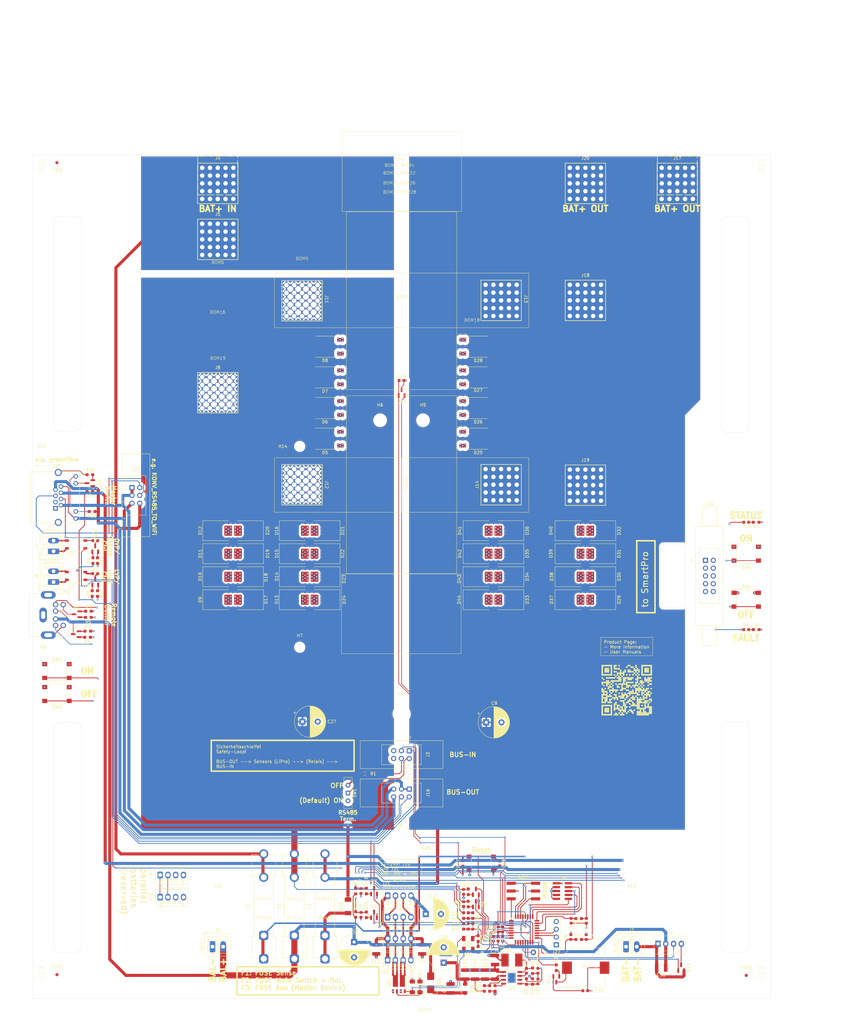
<source format=kicad_pcb>
(kicad_pcb
	(version 20241229)
	(generator "pcbnew")
	(generator_version "9.0")
	(general
		(thickness 1.627)
		(legacy_teardrops no)
	)
	(paper "A2" portrait)
	(layers
		(0 "F.Cu" signal)
		(4 "In1.Cu" signal)
		(6 "In2.Cu" signal)
		(8 "In3.Cu" signal)
		(10 "In4.Cu" signal)
		(2 "B.Cu" signal)
		(9 "F.Adhes" user "F.Adhesive")
		(11 "B.Adhes" user "B.Adhesive")
		(13 "F.Paste" user)
		(15 "B.Paste" user)
		(5 "F.SilkS" user "F.Silkscreen")
		(7 "B.SilkS" user "B.Silkscreen")
		(1 "F.Mask" user)
		(3 "B.Mask" user)
		(17 "Dwgs.User" user "User.Drawings")
		(19 "Cmts.User" user "User.Comments")
		(21 "Eco1.User" user "User.Eco1")
		(23 "Eco2.User" user "User.Eco2")
		(25 "Edge.Cuts" user)
		(27 "Margin" user)
		(31 "F.CrtYd" user "F.Courtyard")
		(29 "B.CrtYd" user "B.Courtyard")
		(35 "F.Fab" user)
		(33 "B.Fab" user)
		(39 "User.1" user)
		(41 "User.2" user)
		(43 "User.3" user)
		(45 "User.4" user)
		(47 "User.5" user)
		(49 "User.6" user)
		(51 "User.7" user)
		(53 "User.8" user)
		(55 "User.9" user)
	)
	(setup
		(stackup
			(layer "F.SilkS"
				(type "Top Silk Screen")
			)
			(layer "F.Paste"
				(type "Top Solder Paste")
			)
			(layer "F.Mask"
				(type "Top Solder Mask")
				(thickness 0.01)
			)
			(layer "F.Cu"
				(type "copper")
				(thickness 0.07)
			)
			(layer "dielectric 1"
				(type "prepreg")
				(thickness 0.1)
				(material "FR4")
				(epsilon_r 4.5)
				(loss_tangent 0.02)
			)
			(layer "In1.Cu"
				(type "copper")
				(thickness 0.07)
			)
			(layer "dielectric 2"
				(type "core")
				(thickness 0.4785)
				(material "FR4")
				(epsilon_r 4.5)
				(loss_tangent 0.02)
			)
			(layer "In2.Cu"
				(type "copper")
				(thickness 0.07)
			)
			(layer "dielectric 3"
				(type "prepreg")
				(thickness 0.1)
				(material "FR4")
				(epsilon_r 4.5)
				(loss_tangent 0.02)
			)
			(layer "In3.Cu"
				(type "copper")
				(thickness 0.035)
			)
			(layer "dielectric 4"
				(type "core")
				(thickness 0.4785)
				(material "FR4")
				(epsilon_r 4.5)
				(loss_tangent 0.02)
			)
			(layer "In4.Cu"
				(type "copper")
				(thickness 0.035)
			)
			(layer "dielectric 5"
				(type "prepreg")
				(thickness 0.1)
				(material "FR4")
				(epsilon_r 4.5)
				(loss_tangent 0.02)
			)
			(layer "B.Cu"
				(type "copper")
				(thickness 0.07)
			)
			(layer "B.Mask"
				(type "Bottom Solder Mask")
				(thickness 0.01)
			)
			(layer "B.Paste"
				(type "Bottom Solder Paste")
			)
			(layer "B.SilkS"
				(type "Bottom Silk Screen")
			)
			(copper_finish "None")
			(dielectric_constraints no)
		)
		(pad_to_mask_clearance 0)
		(allow_soldermask_bridges_in_footprints no)
		(tenting front back)
		(aux_axis_origin 52.5 120)
		(grid_origin 173 120)
		(pcbplotparams
			(layerselection 0x00000000_00000000_55555555_5755f5ff)
			(plot_on_all_layers_selection 0x00000000_00000000_00000000_00000000)
			(disableapertmacros no)
			(usegerberextensions no)
			(usegerberattributes yes)
			(usegerberadvancedattributes yes)
			(creategerberjobfile yes)
			(dashed_line_dash_ratio 12.000000)
			(dashed_line_gap_ratio 3.000000)
			(svgprecision 4)
			(plotframeref no)
			(mode 1)
			(useauxorigin no)
			(hpglpennumber 1)
			(hpglpenspeed 20)
			(hpglpendiameter 15.000000)
			(pdf_front_fp_property_popups yes)
			(pdf_back_fp_property_popups yes)
			(pdf_metadata yes)
			(pdf_single_document no)
			(dxfpolygonmode yes)
			(dxfimperialunits yes)
			(dxfusepcbnewfont yes)
			(psnegative no)
			(psa4output no)
			(plot_black_and_white yes)
			(plotinvisibletext no)
			(sketchpadsonfab no)
			(plotpadnumbers no)
			(hidednponfab no)
			(sketchdnponfab yes)
			(crossoutdnponfab yes)
			(subtractmaskfromsilk no)
			(outputformat 1)
			(mirror no)
			(drillshape 1)
			(scaleselection 1)
			(outputdirectory "")
		)
	)
	(net 0 "")
	(net 1 "GND")
	(net 2 "Net-(D48-K)")
	(net 3 "VCC")
	(net 4 "Net-(Q3-B)")
	(net 5 "/RESET")
	(net 6 "/SET")
	(net 7 "/Ub_FUSED")
	(net 8 "Net-(D3-K)")
	(net 9 "Net-(U3-VIN)")
	(net 10 "/BMS_OK")
	(net 11 "Net-(J26-~{RESET})")
	(net 12 "Net-(U3-BST)")
	(net 13 "Net-(U3-SW)")
	(net 14 "Net-(C23-Pad1)")
	(net 15 "Net-(Q4-B)")
	(net 16 "Net-(U3-FB)")
	(net 17 "/B")
	(net 18 "/A")
	(net 19 "Net-(D1-K)")
	(net 20 "/BTN_ON")
	(net 21 "/BTN_OFF")
	(net 22 "/control/SWCLK")
	(net 23 "Net-(D2-K)")
	(net 24 "Net-(Q5-B)")
	(net 25 "/control/SWDIO")
	(net 26 "Net-(D3-A)")
	(net 27 "Net-(Q1-B)")
	(net 28 "/LVP")
	(net 29 "/OVP")
	(net 30 "Net-(Q2-B)")
	(net 31 "Net-(Q6-B)")
	(net 32 "/LED_ERROR")
	(net 33 "/LED_ON")
	(net 34 "Net-(D4-A)")
	(net 35 "Net-(D45-K)")
	(net 36 "/BMS_OK_PROTECTED")
	(net 37 "/control/R2")
	(net 38 "/control/R1")
	(net 39 "/control/BTN_OFF")
	(net 40 "/control/BTN_ON")
	(net 41 "Net-(BZ1--)")
	(net 42 "Net-(Q8-B)")
	(net 43 "Net-(D45-A)")
	(net 44 "Net-(J15-Pin_3)")
	(net 45 "Net-(J6-Pin_2)")
	(net 46 "Net-(J6-Pin_1)")
	(net 47 "/~{OC_FAULT}")
	(net 48 "/LVP_IN")
	(net 49 "/OVP_IN")
	(net 50 "Net-(D4-K)")
	(net 51 "Net-(J7-Pin_1)")
	(net 52 "/control/RELAIS_RESET")
	(net 53 "/control/RELAIS_SET")
	(net 54 "unconnected-(J3-Pin_5-Pad5)")
	(net 55 "unconnected-(J3-Pin_6-Pad6)")
	(net 56 "Net-(J7-Pin_2)")
	(net 57 "/BAT+_IN")
	(net 58 "/BAT+_SI")
	(net 59 "/BAT+_OUT")
	(net 60 "/B_OUT")
	(net 61 "/A_OUT")
	(net 62 "/GND_OUT")
	(net 63 "/+5V_OUT")
	(net 64 "/~{OC_FAULT_PROTECTED}")
	(net 65 "/VCC_FROM_EASY_SWITCH")
	(net 66 "Net-(J21-Pin_2)")
	(net 67 "Net-(J21-Pin_3)")
	(net 68 "Net-(J22-Pin_2)")
	(net 69 "Net-(J22-Pin_3)")
	(net 70 "Net-(J25-Pad10)")
	(net 71 "Net-(Q10-C)")
	(net 72 "Net-(Q2-C)")
	(net 73 "Net-(Q2-E)")
	(net 74 "Net-(Q1-C)")
	(net 75 "Net-(Q3-E)")
	(net 76 "Net-(Q1-E)")
	(net 77 "Net-(Q4-E)")
	(net 78 "Net-(Q7-B)")
	(net 79 "Net-(Q10-E)")
	(net 80 "Net-(Q10-B)")
	(net 81 "Net-(Q11-B)")
	(net 82 "Net-(SW1-A)")
	(net 83 "Net-(U3-EN{slash}UVLO)")
	(net 84 "Net-(U3-RON)")
	(net 85 "unconnected-(J9-Pin_3-Pad3)")
	(net 86 "unconnected-(J9-Pin_4-Pad4)")
	(net 87 "unconnected-(J10-Pin_3-Pad3)")
	(net 88 "unconnected-(J10-Pin_4-Pad4)")
	(net 89 "unconnected-(J15-Pin_7-Pad7)")
	(net 90 "unconnected-(J26-KEY-Pad7)")
	(net 91 "unconnected-(SW1-C-Pad2)")
	(net 92 "unconnected-(U3-PGOOD-Pad6)")
	(net 93 "/control/ADC1_IN3_U_IN")
	(net 94 "/control/ADC1_IN4_U_OUT")
	(net 95 "/control/USART1_RX")
	(net 96 "/control/USART1_TX")
	(net 97 "/control/buzzer")
	(net 98 "Net-(U5-PB7)")
	(net 99 "Net-(U5-PB8)")
	(net 100 "Net-(U5-PB9)")
	(net 101 "Net-(U5-PB6)")
	(net 102 "unconnected-(U5-PA10-Pad21)")
	(net 103 "unconnected-(U5-PA11-Pad22)")
	(net 104 "/control/FAN_TACHO")
	(net 105 "Net-(M1-PWM)")
	(net 106 "/control/FAN_PWM")
	(net 107 "Net-(U5-PA5)")
	(net 108 "/control/tempsensor")
	(footprint "Package_SO:SO-4_4.4x4.3mm_P2.54mm" (layer "F.Cu") (at 66.75 257.25 180))
	(footprint "Diode_SMD:D_SMC" (layer "F.Cu") (at 228 242.5))
	(footprint "Diode_SMD:D_SMC" (layer "F.Cu") (at 148 250 180))
	(footprint "Diode_SMD:D_SMC" (layer "F.Cu") (at 138 257.5))
	(footprint "Connector:FanPinHeader_1x04_P2.54mm_Vertical" (layer "F.Cu") (at 256.7 377.2))
	(footprint "Capacitor_SMD:C_0603_1608Metric" (layer "F.Cu") (at 193.25 364.25 90))
	(footprint "myConnector:IDC-Header_2x03_P2.54mm_Vertical_latch" (layer "F.Cu") (at 175.5 326.7475 -90))
	(footprint "Resistor_SMD:R_0603_1608Metric_Pad0.98x0.95mm_HandSolder" (layer "F.Cu") (at 161 321.75 180))
	(footprint "Capacitor_SMD:C_0603_1608Metric" (layer "F.Cu") (at 193.25 360.25 90))
	(footprint "MountingHole:MountingHole_4mm" (layer "F.Cu") (at 180 206.5))
	(footprint "Button_Switch_SMD:SW_SPST_Omron_B3FS-100xP" (layer "F.Cu") (at 285.5 265))
	(footprint "Diode_SMD:D_SMC" (layer "F.Cu") (at 208 265 180))
	(footprint "LED_SMD:LED_0603_1608Metric" (layer "F.Cu") (at 73 245.75 180))
	(footprint "myPackage_SO:HSOP-8-1EP_3.9x4.9mm_P1.27mm_EP2.41x3.1mm_ThermalVias_0.3mm" (layer "F.Cu") (at 208.955 388.3))
	(footprint "Capacitor_SMD:C_0603_1608Metric" (layer "F.Cu") (at 159.75 367.75 90))
	(footprint "MountingHole:MountingHole_5.5mm" (layer "F.Cu") (at 248 365))
	(footprint "myQR:qr_PowerPro_209_silkscreen"
		(layer "F.Cu")
		(uuid "0fdb1fdc-1192-4f06-82b8-eda5ee6260df")
		(at 246.5 294.5)
		(property "Reference" "GRAPHIC1"
			(at 0 9.75 0)
			(layer "F.SilkS")
			(hide yes)
			(uuid "319b7435-4996-4044-a59c-901ce8c7b351")
			(effects
				(font
					(size 1 1)
					(thickness 0.15)
				)
			)
		)
		(property "Value" "QR_Code"
			(at 0 -9.75 0)
			(layer "F.SilkS")
			(hide yes)
			(uuid "9de69f92-ed60-4c45-8898-86f7f1a53b2d")
			(effects
				(font
					(size 1 1)
					(thickness 0.15)
				)
			)
		)
		(property "Datasheet" ""
			(at 0 0 0)
			(layer "F.Fab")
			(hide yes)
			(uuid "c3a61a27-49fe-4ffe-a71b-322805146f28")
			(effects
				(font
					(size 1.27 1.27)
					(thickness 0.15)
				)
			)
		)
		(property "Description" ""
			(at 0 0 0)
			(layer "F.Fab")
			(hide yes)
			(uuid "6596b27c-bc34-4706-b2cb-de96d67b6cee")
			(effects
				(font
					(size 1.27 1.27)
					(thickness 0.15)
				)
			)
		)
		(path "/ed5c3467-b27a-45f1-8f58-e67286f004f2/73341fae-641b-468b-9b43-cb68a809301b")
		(sheetname "/bom/")
		(sheetfile "bom.kicad_sch")
		(fp_rect
			(start -8.25 -8.25)
			(end -7.75 -7.75)
			(stroke
				(width 0)
				(type default)
			)
			(fill yes)
			(layer "F.SilkS")
			(uuid "ced088e0-3e70-4093-a9d1-abf34108f401")
		)
		(fp_rect
			(start -8.25 -7.75)
			(end -7.75 -7.25)
			(stroke
				(width 0)
				(type default)
			)
			(fill yes)
			(layer "F.SilkS")
			(uuid "23829c24-8d5b-4f1b-8687-438e8d7b5d90")
		)
		(fp_rect
			(start -8.25 -7.25)
			(end -7.75 -6.75)
			(stroke
				(width 0)
				(type default)
			)
			(fill yes)
			(layer "F.SilkS")
			(uuid "7e069f82-6121-4874-b387-193fe7adb167")
		)
		(fp_rect
			(start -8.25 -6.75)
			(end -7.75 -6.25)
			(stroke
				(width 0)
				(type default)
			)
			(fill yes)
			(layer "F.SilkS")
			(uuid "cab0dfae-149e-4aec-b477-71c63233ae41")
		)
		(fp_rect
			(start -8.25 -6.25)
			(end -7.75 -5.75)
			(stroke
				(width 0)
				(type default)
			)
			(fill yes)
			(layer "F.SilkS")
			(uuid "4143aa4f-060f-4a52-b05e-e09e34cdea85")
		)
		(fp_rect
			(start -8.25 -5.75)
			(end -7.75 -5.25)
			(stroke
				(width 0)
				(type default)
			)
			(fill yes)
			(layer "F.SilkS")
			(uuid "c4e5c11f-4df0-4b7d-9cd7-f817b0f21ad3")
		)
		(fp_rect
			(start -8.25 -5.25)
			(end -7.75 -4.75)
			(stroke
				(width 0)
				(type default)
			)
			(fill yes)
			(layer "F.SilkS")
			(uuid "4f48c4d2-3b94-461a-a739-bd282f8a9320")
		)
		(fp_rect
			(start -8.25 -4.25)
			(end -7.75 -3.75)
			(stroke
				(width 0)
				(type default)
			)
			(fill yes)
			(layer "F.SilkS")
			(uuid "128d345e-f4cc-4719-9dd5-d71a7072b842")
		)
		(fp_rect
			(start -8.25 -2.75)
			(end -7.75 -2.25)
			(stroke
				(width 0)
				(type default)
			)
			(fill yes)
			(layer "F.SilkS")
			(uuid "47759031-937b-45c7-a84e-ea068594812c")
		)
		(fp_rect
			(start -8.25 -2.25)
			(end -7.75 -1.75)
			(stroke
				(width 0)
				(type default)
			)
			(fill yes)
			(layer "F.SilkS")
			(uuid "99424603-d2ea-4183-85b0-d4dfba73541b")
		)
		(fp_rect
			(start -8.25 -0.75)
			(end -7.75 -0.25)
			(stroke
				(width 0)
				(type default)
			)
			(fill yes)
			(layer "F.SilkS")
			(uuid "0e984c91-db6e-4fe1-a14d-655afe025966")
		)
		(fp_rect
			(start -8.25 -0.25)
			(end -7.75 0.25)
			(stroke
				(width 0)
				(type default)
			)
			(fill yes)
			(layer "F.SilkS")
			(uuid "1af88721-a4d9-4bca-8db7-11d28234ce81")
		)
		(fp_rect
			(start -8.25 0.25)
			(end -7.75 0.75)
			(stroke
				(width 0)
				(type default)
			)
			(fill yes)
			(layer "F.SilkS")
			(uuid "a7c66d3f-5c5a-4b1b-a861-fe2d5979b937")
		)
		(fp_rect
			(start -8.25 1.25)
			(end -7.75 1.75)
			(stroke
				(width 0)
				(type default)
			)
			(fill yes)
			(layer "F.SilkS")
			(uuid "ae957d7a-cc9b-4071-a63e-67a94e62bd14")
		)
		(fp_rect
			(start -8.25 1.75)
			(end -7.75 2.25)
			(stroke
				(width 0)
				(type default)
			)
			(fill yes)
			(layer "F.SilkS")
			(uuid "63d14564-ea1d-4358-8e44-08ca78097e91")
		)
		(fp_rect
			(start -8.25 2.25)
			(end -7.75 2.75)
			(stroke
				(width 0)
				(type default)
			)
			(fill yes)
			(layer "F.SilkS")
			(uuid "c40e4167-5561-4633-a1b6-dbc9854d956a")
		)
		(fp_rect
			(start -8.25 2.75)
			(end -7.75 3.25)
			(stroke
				(width 0)
				(type default)
			)
			(fill yes)
			(layer "F.SilkS")
			(uuid "61db4527-4053-4e69-934c-242d9ea55d7b")
		)
		(fp_rect
			(start -8.25 3.25)
			(end -7.75 3.75)
			(stroke
				(width 0)
				(type default)
			)
			(fill yes)
			(layer "F.SilkS")
			(uuid "a528afef-cd90-444e-8830-821e1705dfc8")
		)
		(fp_rect
			(start -8.25 3.75)
			(end -7.75 4.25)
			(stroke
				(width 0)
				(type default)
			)
			(fill yes)
			(layer "F.SilkS")
			(uuid "ce2ecc3f-32df-4013-8ba2-5db37a69a68e")
		)
		(fp_rect
			(start -8.25 4.75)
			(end -7.75 5.25)
			(stroke
				(width 0)
				(type default)
			)
			(fill yes)
			(layer "F.SilkS")
			(uuid "889c601e-fe2b-43e9-9eaf-0263a459b9f0")
		)
		(fp_rect
			(start -8.25 5.25)
			(end -7.75 5.75)
			(stroke
				(width 0)
				(type default)
			)
			(fill yes)
			(layer "F.SilkS")
			(uuid "9838e3ba-c998-431f-b805-d0d962b51a4c")
		)
		(fp_rect
			(start -8.25 5.75)
			(end -7.75 6.25)
			(stroke
				(width 0)
				(type default)
			)
			(fill yes)
			(layer "F.SilkS")
			(uuid "19868ad1-09ff-4882-a102-75da179bd63a")
		)
		(fp_rect
			(start -8.25 6.25)
			(end -7.75 6.75)
			(stroke
				(width 0)
				(type default)
			)
			(fill yes)
			(layer "F.SilkS")
			(uuid "5feebeb9-1e39-4854-a11d-00ce2b4ecea3")
		)
		(fp_rect
			(start -8.25 6.75)
			(end -7.75 7.25)
			(stroke
				(width 0)
				(type default)
			)
			(fill yes)
			(layer "F.SilkS")
			(uuid "d33d36be-fd40-4332-b99c-a8565e099fbc")
		)
		(fp_rect
			(start -8.25 7.25)
			(end -7.75 7.75)
			(stroke
				(width 0)
				(type default)
			)
			(fill yes)
			(layer "F.SilkS")
			(uuid "d759f654-cd37-4549-8211-d4051a0b0127")
		)
		(fp_rect
			(start -8.25 7.75)
			(end -7.75 8.25)
			(stroke
				(width 0)
				(type default)
			)
			(fill yes)
			(layer "F.SilkS")
			(uuid "ddc5dcce-ca01-4ed4-b6fe-8d27231e7c43")
		)
		(fp_rect
			(start -7.75 -8.25)
			(end -7.25 -7.75)
			(stroke
				(width 0)
				(type default)
			)
			(fill yes)
			(layer "F.SilkS")
			(uuid "30730094-0775-4fec-8dc8-18cc13471d4d")
		)
		(fp_rect
			(start -7.75 -5.25)
			(end -7.25 -4.75)
			(stroke
				(width 0)
				(type default)
			)
			(fill yes)
			(layer "F.SilkS")
			(uuid "1dd19205-0e01-4be5-abb3-ff004b3f0aa9")
		)
		(fp_rect
			(start -7.75 -3.75)
			(end -7.25 -3.25)
			(stroke
				(width 0)
				(type default)
			)
			(fill yes)
			(layer "F.SilkS")
			(uuid "a4065cec-f61f-4003-9a06-8b425fa917bc")
		)
		(fp_rect
			(start -7.75 -2.75)
			(end -7.25 -2.25)
			(stroke
				(width 0)
				(type default)
			)
			(fill yes)
			(layer "F.SilkS")
			(uuid "cea86257-f189-41c6-a900-8c62850e8c11")
		)
		(fp_rect
			(start -7.75 -1.75)
			(end -7.25 -1.25)
			(stroke
				(width 0)
				(type default)
			)
			(fill yes)
			(layer "F.SilkS")
			(uuid "e72eb618-2f2a-4430-8e1f-5faf02454903")
		)
		(fp_rect
			(start -7.75 -0.25)
			(end -7.25 0.25)
			(stroke
				(width 0)
				(type default)
			)
			(fill yes)
			(layer "F.SilkS")
			(uuid "9e9ffbe6-dbbd-4cb2-a92d-be08a914719a")
		)
		(fp_rect
			(start -7.75 0.25)
			(end -7.25 0.75)
			(stroke
				(width 0)
				(type default)
			)
			(fill yes)
			(layer "F.SilkS")
			(uuid "9a97130d-5e92-4f54-b325-5c0aa905aa44")
		)
		(fp_rect
			(start -7.75 0.75)
			(end -7.25 1.25)
			(stroke
				(width 0)
				(type default)
			)
			(fill yes)
			(layer "F.SilkS")
			(uuid "0b5cd29b-6b6c-4428-8278-c899b63b9e61")
		)
		(fp_rect
			(start -7.75 1.25)
			(end -7.25 1.75)
			(stroke
				(width 0)
				(type default)
			)
			(fill yes)
			(layer "F.SilkS")
			(uuid "a91f66bb-2904-40ee-b38c-b2a8c9c5f117")
		)
		(fp_rect
			(start -7.75 2.25)
			(end -7.25 2.75)
			(stroke
				(width 0)
				(type default)
			)
			(fill yes)
			(layer "F.SilkS")
			(uuid "c8197d20-54c7-4eee-8ca2-a07f0ea3ee49")
		)
		(fp_rect
			(start -7.75 3.75)
			(end -7.25 4.25)
			(stroke
				(width 0)
				(type default)
			)
			(fill yes)
			(layer "F.SilkS")
			(uuid "6754d6f7-316c-4dd1-8798-bb8aeb38012d")
		)
		(fp_rect
			(start -7.75 4.75)
			(end -7.25 5.25)
			(stroke
				(width 0)
				(type default)
			)
			(fill yes)
			(layer "F.SilkS")
			(uuid "44ddb113-c351-4642-9754-3f4a8b13b427")
		)
		(fp_rect
			(start -7.75 7.75)
			(end -7.25 8.25)
			(stroke
				(width 0)
				(type default)
			)
			(fill yes)
			(layer "F.SilkS")
			(uuid "637e8f29-08d6-42c3-a03e-9b740289e73e")
		)
		(fp_rect
			(start -7.25 -8.25)
			(end -6.75 -7.75)
			(stroke
				(width 0)
				(type default)
			)
			(fill yes)
			(layer "F.SilkS")
			(uuid "19214cdc-4c3d-4061-a228-a08f5e71b1a5")
		)
		(fp_rect
			(start -7.25 -7.25)
			(end -6.75 -6.75)
			(stroke
				(width 0)
				(type default)
			)
			(fill yes)
			(layer "F.SilkS")
			(uuid "f1292a0c-0da9-4d89-97f3-f02b12e8c5cc")
		)
		(fp_rect
			(start -7.25 -6.75)
			(end -6.75 -6.25)
			(stroke
				(width 0)
				(type default)
			)
			(fill yes)
			(layer "F.SilkS")
			(uuid "f0e427ff-5445-4068-9c01-e44beb453397")
		)
		(fp_rect
			(start -7.25 -6.25)
			(end -6.75 -5.75)
			(stroke
				(width 0)
				(type default)
			)
			(fill yes)
			(layer "F.SilkS")
			(uuid "2d0ad52a-a329-4299-8ede-0d991b7d8f56")
		)
		(fp_rect
			(start -7.25 -5.25)
			(end -6.75 -4.75)
			(stroke
				(width 0)
				(type default)
			)
			(fill yes)
			(layer "F.SilkS")
			(uuid "c5af1a47-63b6-4496-875a-c6506369fa03")
		)
		(fp_rect
			(start -7.25 -2.75)
			(end -6.75 -2.25)
			(stroke
				(width 0)
				(type default)
			)
			(fill yes)
			(layer "F.SilkS")
			(uuid "f3c52b5d-02bb-4e49-b483-2bad369e405e")
		)
		(fp_rect
			(start -7.25 -0.75)
			(end -6.75 -0.25)
			(stroke
				(width 0)
				(type default)
			)
			(fill yes)
			(layer "F.SilkS")
			(uuid "ba735f57-cb3c-4c59-a635-74652a6ee392")
		)
		(fp_rect
			(start -7.25 0.25)
			(end -6.75 0.75)
			(stroke
				(width 0)
				(type default)
			)
			(fill yes)
			(layer "F.SilkS")
			(uuid "59d20cc7-ee0b-4e0f-ad20-428b6385cd77")
		)
		(fp_rect
			(start -7.25 1.25)
			(end -6.75 1.75)
			(stroke
				(width 0)
				(type default)
			)
			(fill yes)
			(layer "F.SilkS")
			(uuid "63312d76-4b59-4228-b64d-3d87e89b4c99")
		)
		(fp_rect
			(start -7.25 2.25)
			(end -6.75 2.75)
			(stroke
				(width 0)
				(type default)
			)
			(fill yes)
			(layer "F.SilkS")
			(uuid "20efc785-f512-40e1-8f10-6efc6a0540b4")
		)
		(fp_rect
			(start -7.25 2.75)
			(end -6.75 3.25)
			(stroke
				(width 0)
				(type default)
			)
			(fill yes)
			(layer "F.SilkS")
			(uuid "6609d86b-c352-48cc-8291-1ecec96c7f8d")
		)
		(fp_rect
			(start -7.25 3.25)
			(end -6.75 3.75)
			(stroke
				(width 0)
				(type default)
			)
			(fill yes)
			(layer "F.SilkS")
			(uuid "f60fb73f-997a-4508-ad9d-82b6bf98584c")
		)
		(fp_rect
			(start -7.25 3.75)
			(end -6.75 4.25)
			(stroke
				(width 0)
				(type default)
			)
			(fill yes)
			(layer "F.SilkS")
			(uuid "6540d100-c845-494a-88af-99cbea216323")
		)
		(fp_rect
			(start -7.25 4.75)
			(end -6.75 5.25)
			(stroke
				(width 0)
				(type default)
			)
			(fill yes)
			(layer "F.SilkS")
			(uuid "cc25c20d-bdc8-405b-8306-2706a91163f2")
		)
		(fp_rect
			(start -7.25 5.75)
			(end -6.75 6.25)
			(stroke
				(width 0)
				(type default)
			)
			(fill yes)
			(layer "F.SilkS")
			(uuid "606f0f0a-2de7-4deb-ba2d-e7635f680a15")
		)
		(fp_rect
			(start -7.25 6.25)
			(end -6.75 6.75)
			(stroke
				(width 0)
				(type default)
			)
			(fill yes)
			(layer "F.SilkS")
			(uuid "73c06146-4fdf-44e1-90c2-1c0ca9cbd524")
		)
		(fp_rect
			(start -7.25 6.75)
			(end -6.75 7.25)
			(stroke
				(width 0)
				(type default)
			)
			(fill yes)
			(layer "F.SilkS")
			(uuid "44221dc8-50e8-41dc-942e-9584ce001ca6")
		)
		(fp_rect
			(start -7.25 7.75)
			(end -6.75 8.25)
			(stroke
				(width 0)
				(type default)
			)
			(fill yes)
			(layer "F.SilkS")
			(uuid "b1a315d1-065d-4b28-a47b-909e8e6ca824")
		)
		(fp_rect
			(start -6.75 -8.25)
			(end -6.25 -7.75)
			(stroke
				(width 0)
				(type default)
			)
			(fill yes)
			(layer "F.SilkS")
			(uuid "a8cde4e5-36e7-47a1-9102-438c012faeee")
		)
		(fp_rect
			(start -6.75 -7.25)
			(end -6.25 -6.75)
			(stroke
				(width 0)
				(type default)
			)
			(fill yes)
			(layer "F.SilkS")
			(uuid "ff0f61d7-4274-40f7-bd38-a3f5a06339d5")
		)
		(fp_rect
			(start -6.75 -6.75)
			(end -6.25 -6.25)
			(stroke
				(width 0)
				(type default)
			)
			(fill yes)
			(layer "F.SilkS")
			(uuid "2316b667-0d7a-40f1-b248-32efeab3861d")
		)
		(fp_rect
			(start -6.75 -6.25)
			(end -6.25 -5.75)
			(stroke
				(width 0)
				(type default)
			)
			(fill yes)
			(layer "F.SilkS")
			(uuid "b9aa9911-8245-4e5f-8e39-7e63452505f8")
		)
		(fp_rect
			(start -6.75 -5.25)
			(end -6.25 -4.75)
			(stroke
				(width 0)
				(type default)
			)
			(fill yes)
			(layer "F.SilkS")
			(uuid "68702d70-3081-4a2d-b8fc-6d086253dc3f")
		)
		(fp_rect
			(start -6.75 -4.25)
			(end -6.25 -3.75)
			(stroke
				(width 0)
				(type default)
			)
			(fill yes)
			(layer "F.SilkS")
			(uuid "70b0564e-0c3d-4483-99ed-fe69adf38250")
		)
		(fp_rect
			(start -6.75 -3.25)
			(end -6.25 -2.75)
			(stroke
				(width 0)
				(type default)
			)
			(fill yes)
			(layer "F.SilkS")
			(uuid "b1d9286f-aae1-4a04-906f-19b7972cb4a5")
		)
		(fp_rect
			(start -6.75 -2.75)
			(end -6.25 -2.25)
			(stroke
				(width 0)
				(type default)
			)
			(fill yes)
			(layer "F.SilkS")
			(uuid "f663a019-f7dd-42ec-9d2b-99d9f00453f8")
		)
		(fp_rect
			(start -6.75 -2.25)
			(end -6.25 -1.75)
			(stroke
				(width 0)
				(type default)
			)
			(fill yes)
			(layer "F.SilkS")
			(uuid "8066b7d5-1208-434d-85fa-b5d7d8e2ec1f")
		)
		(fp_rect
			(start -6.75 -1.75)
			(end -6.25 -1.25)
			(stroke
				(width 0)
				(type default)
			)
			(fill yes)
			(layer "F.SilkS")
			(uuid "49e61c7b-1f94-43f3-a7c5-16ac83a8d7a6")
		)
		(fp_rect
			(start -6.75 0.25)
			(end -6.25 0.75)
			(stroke
				(width 0)
				(type default)
			)
			(fill yes)
			(layer "F.SilkS")
			(uuid "3557438b-74ff-42f0-8f0d-077dfb5622f9")
		)
		(fp_rect
			(start -6.75 0.75)
			(end -6.25 1.25)
			(stroke
				(width 0)
				(type default)
			)
			(fill yes)
			(layer "F.SilkS")
			(uuid "a4dd4d3c-92eb-44ce-b1d3-dd1f8790f05f")
		)
		(fp_rect
			(start -6.75 1.25)
			(end -6.25 1.75)
			(stroke
				(width 0)
				(type default)
			)
			(fill yes)
			(layer "F.SilkS")
			(uuid "5cc61381-26c9-49fe-ab21-fc66920144ff")
		)
		(fp_rect
			(start -6.75 1.75)
			(end -6.25 2.25)
			(stroke
				(width 0)
				(type default)
			)
			(fill yes)
			(layer "F.SilkS")
			(uuid "c0c42bf0-938a-4f5c-a691-07395d6c7fee")
		)
		(fp_rect
			(start -6.75 2.25)
			(end -6.25 2.75)
			(stroke
				(width 0)
				(type default)
			)
			(fill yes)
			(layer "F.SilkS")
			(uuid "d89eadeb-368e-4935-8e55-5152aa73bccf")
		)
		(fp_rect
			(start -6.75 2.75)
			(end -6.25 3.25)
			(stroke
				(width 0)
				(type default)
			)
			(fill yes)
			(layer "F.SilkS")
			(uuid "3b8edb82-ea3f-40f6-831b-2585a3329c70")
		)
		(fp_rect
			(start -6.75 3.25)
			(end -6.25 3.75)
			(stroke
				(width 0)
				(type default)
			)
			(fill yes)
			(layer "F.SilkS")
			(uuid "bdb640b4-c501-46de-8280-ec37141d49b7")
		)
		(fp_rect
			(start -6.75 4.75)
			(end -6.25 5.25)
			(stroke
				(width 0)
				(type default)
			)
			(fill yes)
			(layer "F.SilkS")
			(uuid "2fb43963-4df7-46b7-897d-fa6b0f9de670")
		)
		(fp_rect
			(start -6.75 5.75)
			(end -6.25 6.25)
			(stroke
				(width 0)
				(type default)
			)
			(fill yes)
			(layer "F.SilkS")
			(uuid "49142ff5-0712-42e7-ac38-15e07be2ad11")
		)
		(fp_rect
			(start -6.75 6.25)
			(end -6.25 6.75)
			(stroke
				(width 0)
				(type default)
			)
			(fill yes)
			(layer "F.SilkS")
			(uuid "0a4ce78e-1035-4c11-98b6-cc769f0752a1")
		)
		(fp_rect
			(start -6.75 6.75)
			(end -6.25 7.25)
			(stroke
				(width 0)
				(type default)
			)
			(fill yes)
			(layer "F.SilkS")
			(uuid "517bbbb1-f343-4089-ac88-d0ab7395b77c")
		)
		(fp_rect
			(start -6.75 7.75)
			(end -6.25 8.25)
			(stroke
				(width 0)
				(type default)
			)
			(fill yes)
			(layer "F.SilkS")
			(uuid "6f9b2c3f-c82b-412f-b2c1-e62d3b51b53f")
		)
		(fp_rect
			(start -6.25 -8.25)
			(end -5.75 -7.75)
			(stroke
				(width 0)
				(type default)
			)
			(fill yes)
			(layer "F.SilkS")
			(uuid "4a209218-4d30-42ec-9c10-31ce0d052081")
		)
		(fp_rect
			(start -6.25 -7.25)
			(end -5.75 -6.75)
			(stroke
				(width 0)
				(type default)
			)
			(fill yes)
			(layer "F.SilkS")
			(uuid "8970be56-00f2-4f94-8792-6bb31cc87db0")
		)
		(fp_rect
			(start -6.25 -6.75)
			(end -5.75 -6.25)
			(stroke
				(width 0)
				(type default)
			)
			(fill yes)
			(layer "F.SilkS")
			(uuid "56b5713e-9a17-4d90-acfc-711819b2a882")
		)
		(fp_rect
			(start -6.25 -6.25)
			(end -5.75 -5.75)
			(stroke
				(width 0)
				(type default)
			)
			(fill yes)
			(layer "F.SilkS")
			(uuid "96716521-961d-4cc6-a9c5-30ad661b2bca")
		)
		(fp_rect
			(start -6.25 -5.25)
			(end -5.75 -4.75)
			(stroke
				(width 0)
				(type default)
			)
			(fill yes)
			(layer "F.SilkS")
			(uuid "ae77da63-0fc9-4383-a827-b3a70acc4b3b")
		)
		(fp_rect
			(start -6.25 -4.25)
			(end -5.75 -3.75)
			(stroke
				(width 0)
				(type default)
			)
			(fill yes)
			(layer "F.SilkS")
			(uuid "0a987c93-225c-4d48-8b12-e04f89eb9be8")
		)
		(fp_rect
			(start -6.25 -3.25)
			(end -5.75 -2.75)
			(stroke
				(width 0)
				(type default)
			)
			(fill yes)
			(layer "F.SilkS")
			(uuid "c891f395-1fba-4ca6-8e2a-c20a92a7359c")
		)
		(fp_rect
			(start -6.25 -2.75)
			(end -5.75 -2.25)
			(stroke
				(width 0)
				(type default)
			)
			(fill yes)
			(layer "F.SilkS")
			(uuid "f1c37ad8-6554-44c7-9790-9bee36f7a11f")
		)
		(fp_rect
			(start -6.25 -2.25)
			(end -5.75 -1.75)
			(stroke
				(width 0)
				(type default)
			)
			(fill yes)
			(layer "F.SilkS")
			(uuid "b9b150bd-57b4-4091-83ce-d387781937d8")
		)
		(fp_rect
			(start -6.25 -1.25)
			(end -5.75 -0.75)
			(stroke
				(width 0)
				(type default)
			)
			(fill yes)
			(layer "F.SilkS")
			(uuid "5b5f76ea-5fbf-45cc-96f0-ac6b06e4bf59")
		)
		(fp_rect
			(start -6.25 -0.75)
			(end -5.75 -0.25)
			(stroke
				(width 0)
				(type default)
			)
			(fill yes)
			(layer "F.SilkS")
			(uuid "fe7528e1-edec-49e7-9a65-b8f20ec4e8ff")
		)
		(fp_rect
			(start -6.25 1.75)
			(end -5.75 2.25)
			(stroke
				(width 0)
				(type default)
			)
			(fill yes)
			(layer "F.SilkS")
			(uuid "3888c7cc-0791-4d36-959a-33905c6e56d2")
		)
		(fp_rect
			(start -6.25 3.75)
			(end -5.75 4.25)
			(stroke
				(width 0)
				(type default)
			)
			(fill yes)
			(layer "F.SilkS")
			(uuid "411c6527-d2b7-4045-b4e8-c7bdafae6f14")
		)
		(fp_rect
			(start -6.25 4.75)
			(end -5.75 5.25)
			(stroke
				(width 0)
				(type default)
			)
			(fill yes)
			(layer "F.SilkS")
			(uuid "ae1baeeb-5535-4e26-8137-e6fe0b1246c9")
		)
		(fp_rect
			(start -6.25 5.75)
			(end -5.75 6.25)
			(stroke
				(width 0)
				(type default)
			)
			(fill yes)
			(layer "F.SilkS")
			(uuid "f35ffe85-9271-4043-9a59-917d9e5089ce")
		)
		(fp_rect
			(start -6.25 6.25)
			(end -5.75 6.75)
			(stroke
				(width 0)
				(type default)
			)
			(fill yes)
			(layer "F.SilkS")
			(uuid "2913d1f0-88ec-4d72-9c55-43425d9b0c1b")
		)
		(fp_rect
			(start -6.25 6.75)
			(end -5.75 7.25)
			(stroke
				(width 0)
				(type default)
			)
			(fill yes)
			(layer "F.SilkS")
			(uuid "170c59b5-e944-421d-9dea-bed41d948bd0")
		)
		(fp_rect
			(start -6.25 7.75)
			(end -5.75 8.25)
			(stroke
				(width 0)
				(type default)
			)
			(fill yes)
			(layer "F.SilkS")
			(uuid "2c928df0-d8ee-4782-a1fe-46349e87779f")
		)
		(fp_rect
			(start -5.75 -8.25)
			(end -5.25 -7.75)
			(stroke
				(width 0)
				(type default)
			)
			(fill yes)
			(layer "F.SilkS")
			(uuid "8dae93ad-7c0d-43cc-bdb4-b7d2f94cfa98")
		)
		(fp_rect
			(start -5.75 -5.25)
			(end -5.25 -4.75)
			(stroke
				(width 0)
				(type default)
			)
			(fill yes)
			(layer "F.SilkS")
			(uuid "41d353ce-5bc9-4490-b0c9-398efd438af1")
		)
		(fp_rect
			(start -5.75 -4.25)
			(end -5.25 -3.75)
			(stroke
				(width 0)
				(type default)
			)
			(fill yes)
			(layer "F.SilkS")
			(uuid "83506d3d-25ca-4e7e-ac63-9b215ab0d3d0")
		)
		(fp_rect
			(start -5.75 -2.75)
			(end -5.25 -2.25)
			(stroke
				(width 0)
				(type default)
			)
			(fill yes)
			(layer "F.SilkS")
			(uuid "4940ea41-3de8-4062-b679-2116fee28032")
		)
		(fp_rect
			(start -5.75 -1.75)
			(end -5.25 -1.25)
			(stroke
				(width 0)
				(type default)
			)
			(fill yes)
			(layer "F.SilkS")
			(uuid "6db008c2-4110-46b5-bc55-56cd533aec8e")
		)
		(fp_rect
			(start -5.75 -1.25)
			(end -5.25 -0.75)
			(stroke
				(width 0)
				(type default)
			)
			(fill yes)
			(layer "F.SilkS")
			(uuid "98c01b7b-4701-4cac-a779-98a62cd3def1")
		)
		(fp_rect
			(start -5.75 -0.25)
			(end -5.25 0.25)
			(stroke
				(width 0)
				(type default)
			)
			(fill yes)
			(layer "F.SilkS")
			(uuid "fe2e79ba-b363-4d16-a0cc-ad41781923f1")
		)
		(fp_rect
			(start -5.75 0.25)
			(end -5.25 0.75)
			(stroke
				(width 0)
				(type default)
			)
			(fill yes)
			(layer "F.SilkS")
			(uuid "5ae1d7e5-4395-42f9-95ad-757f123146e2")
		)
		(fp_rect
			(start -5.75 1.25)
			(end -5.25 1.75)
			(stroke
				(width 0)
				(type default)
			)
			(fill yes)
			(layer "F.SilkS")
			(uuid "90e4e58c-7721-4e7e-a941-6031332814bd")
		)
		(fp_rect
			(start -5.75 1.75)
			(end -5.25 2.25)
			(stroke
				(width 0)
				(type default)
			)
			(fill yes)
			(layer "F.SilkS")
			(uuid "56b64eaa-943e-4654-8e21-4c83936ef117")
		)
		(fp_rect
			(start -5.75 2.75)
			(end -5.25 3.25)
			(stroke
				(width 0)
				(type default)
			)
			(fill yes)
			(layer "F.SilkS")
			(uuid "8c04ebe2-b411-4f1e-9bce-9908b31ae2f4")
		)
		(fp_rect
			(start -5.75 3.25)
			(end -5.25 3.75)
			(stroke
				(width 0)
				(type default)
			)
			(fill yes)
			(layer "F.SilkS")
			(uuid "836ad4e6-690d-45e9-8340-8a8b0167f41f")
		)
		(fp_rect
			(start -5.75 3.75)
			(end -5.25 4.25)
			(stroke
				(width 0)
				(type default)
			)
			(fill yes)
			(layer "F.SilkS")
			(uuid "64dd57c0-f651-455d-ae5e-504337f79b2d")
		)
		(fp_rect
			(start -5.75 4.75)
			(end -5.25 5.25)
			(stroke
				(width 0)
				(type default)
			)
			(fill yes)
			(layer "F.SilkS")
			(uuid "cf61dde8-db55-41a7-864c-d4c78cf6a3f0")
		)
		(fp_rect
			(start -5.75 7.75)
			(end -5.25 8.25)
			(stroke
				(width 0)
				(type default)
			)
			(fill yes)
			(layer "F.SilkS")
			(uuid "2e617cbf-274f-497c-a8aa-f852a3b2802d")
		)
		(fp_rect
			(start -5.25 -8.25)
			(end -4.75 -7.75)
			(stroke
				(width 0)
				(type default)
			)
			(fill yes)
			(layer "F.SilkS")
			(uuid "05993e74-d81b-448e-8372-1ab221d6f244")
		)
		(fp_rect
			(start -5.25 -7.75)
			(end -4.75 -7.25)
			(stroke
				(width 0)
				(type default)
			)
			(fill yes)
			(layer "F.SilkS")
			(uuid "0d7ce107-2200-49f8-b07f-8b4b1247fc4c")
		)
		(fp_rect
			(start -5.25 -7.25)
			(end -4.75 -6.75)
			(stroke
				(width 0)
				(type default)
			)
			(fill yes)
			(layer "F.SilkS")
			(uuid "c62e505d-a192-42e9-b8a0-6275c401b4a2")
		)
		(fp_rect
			(start -5.25 -6.75)
			(end -4.75 -6.25)
			(stroke
				(width 0)
				(type default)
			)
			(fill yes)
			(layer "F.SilkS")
			(uuid "f9c006f0-5593-4f50-ac64-b02c67a67765")
		)
		(fp_rect
			(start -5.25 -6.25)
			(end -4.75 -5.75)
			(stroke
				(width 0)
				(type default)
			)
			(fill yes)
			(layer "F.SilkS")
			(uuid "86f2abf3-bda5-4831-8637-19b6638bda03")
		)
		(fp_rect
			(start -5.25 -5.75)
			(end -4.75 -5.25)
			(stroke
				(width 0)
				(type default)
			)
			(fill yes)
			(layer "F.SilkS")
			(uuid "9d63da3f-6817-400a-b670-616d3bdf0057")
		)
		(fp_rect
			(start -5.25 -5.25)
			(end -4.75 -4.75)
			(stroke
				(width 0)
				(type default)
			)
			(fill yes)
			(layer "F.SilkS")
			(uuid "0bc859c3-59c7-4305-91b1-40fc0d7c0596")
		)
		(fp_rect
			(start -5.25 -4.25)
			(end -4.75 -3.75)
			(stroke
				(width 0)
				(type default)
			)
			(fill yes)
			(layer "F.SilkS")
			(uuid "8aca2c17-f6ed-4184-97ce-963baa28e870")
		)
		(fp_rect
			(start -5.25 -3.25)
			(end -4.75 -2.75)
			(stroke
				(width 0)
				(type default)
			)
			(fill yes)
			(layer "F.SilkS")
			(uuid "16bf505e-5b8f-492e-8637-7e3f227c5940")
		)
		(fp_rect
			(start -5.25 -2.25)
			(end -4.75 -1.75)
			(stroke
				(width 0)
				(type default)
			)
			(fill yes)
			(layer "F.SilkS")
			(uuid "83338266-7a8c-4547-8e62-9320888df283")
		)
		(fp_rect
			(start -5.25 -1.25)
			(end -4.75 -0.75)
			(stroke
				(width 0)
				(type default)
			)
			(fill yes)
			(layer "F.SilkS")
			(uuid "676f6661-7bd7-4fbc-b678-fefa55e5fe44")
		)
		(fp_rect
			(start -5.25 -0.25)
			(end -4.75 0.25)
			(stroke
				(width 0)
				(type default)
			)
			(fill yes)
			(layer "F.SilkS")
			(uuid "387d2c4f-fbff-494f-b8f6-2bc7d4e0f00e")
		)
		(fp_rect
			(start -5.25 0.75)
			(end -4.75 1.25)
			(stroke
				(width 0)
				(type default)
			)
			(fill yes)
			(layer "F.SilkS")
			(uuid "a7984b3b-9356-45ef-9659-148050cc6696")
		)
		(fp_rect
			(start -5.25 1.75)
			(end -4.75 2.25)
			(stroke
				(width 0)
				(type default)
			)
			(fill yes)
			(layer "F.SilkS")
			(uuid "a05d7db5-8faa-4f84-adbd-616b95eeb2f3")
		)
		(fp_rect
			(start -5.25 2.75)
			(end -4.75 3.25)
			(stroke
				(width 0)
				(type default)
			)
			(fill yes)
			(layer "F.SilkS")
			(uuid "76a99269-0641-41d5-996a-b29bad5c950c")
		)
		(fp_rect
			(start -5.25 3.75)
			(end -4.75 4.25)
			(stroke
				(width 0)
				(type default)
			)
			(fill yes)
			(layer "F.SilkS")
			(uuid "dce59e3c-2526-4b2b-90b5-b13c9f00ccec")
		)
		(fp_rect
			(start -5.25 4.75)
			(end -4.75 5.25)
			(stroke
				(width 0)
				(type default)
			)
			(fill yes)
			(layer "F.SilkS")
			(uuid "06942691-b242-4735-a660-bdab84b8df62")
		)
		(fp_rect
			(start -5.25 5.25)
			(end -4.75 5.75)
			(stroke
				(width 0)
				(type default)
			)
			(fill yes)
			(layer "F.SilkS")
			(uuid "a4d2e9f2-2fb8-40c5-8c08-12cde9cb39be")
		)
		(fp_rect
			(start -5.25 5.75)
			(end -4.75 6.25)
			(stroke
				(width 0)
				(type default)
			)
			(fill yes)
			(layer "F.SilkS")
			(uuid "1de0284c-211a-442c-b25a-3f21dd21cd50")
		)
		(fp_rect
			(start -5.25 6.25)
			(end -4.75 6.75)
			(stroke
				(width 0)
				(type default)
			)
			(fill yes)
			(layer "F.SilkS")
			(uuid "0ab45783-eeac-46b8-84dd-5a9181261a41")
		)
		(fp_rect
			(start -5.25 6.75)
			(end -4.75 7.25)
			(stroke
				(width 0)
				(type default)
			)
			(fill yes)
			(layer "F.SilkS")
			(uuid "5531cfeb-5d03-4b72-a036-7c859ac4a977")
		)
		(fp_rect
			(start -5.25 7.25)
			(end -4.75 7.75)
			(stroke
				(width 0)
				(type default)
			)
			(fill yes)
			(layer "F.SilkS")
			(uuid "13f3b08f-dbb3-49fd-b225-f83288f4085c")
		)
		(fp_rect
			(start -5.25 7.75)
			(end -4.75 8.25)
			(stroke
				(width 0)
				(type default)
			)
			(fill yes)
			(layer "F.SilkS")
			(uuid "ae5312a1-d140-456f-8dd3-943031e232e6")
		)
		(fp_rect
			(start -4.75 -4.25)
			(end -4.25 -3.75)
			(stroke
				(width 0)
				(type default)
			)
			(fill yes)
			(layer "F.SilkS")
			(uuid "2894e988-7a12-495e-aa6d-2dc9fa6d652b")
		)
		(fp_rect
			(start -4.75 -3.25)
			(end -4.25 -2.75)
			(stroke
				(width 0)
				(type default)
			)
			(fill yes)
			(layer "F.SilkS")
			(uuid "b2e4ad7e-c7b2-41d9-b6ff-6ccffb687456")
		)
		(fp_rect
			(start -4.75 -2.75)
			(end -4.25 -2.25)
			(stroke
				(width 0)
				(type default)
			)
			(fill yes)
			(layer "F.SilkS")
			(uuid "b1e7b73f-434f-401d-b3d6-43c6c5120835")
		)
		(fp_rect
			(start -4.75 -1.75)
			(end -4.25 -1.25)
			(stroke
				(width 0)
				(type default)
			)
			(fill yes)
			(layer "F.SilkS")
			(uuid "ebd09c73-fe99-4a0e-a088-01fa766770a9")
		)
		(fp_rect
			(start -4.75 -0.75)
			(end -4.25 -0.25)
			(stroke
				(width 0)
				(type default)
			)
			(fill yes)
			(layer "F.SilkS")
			(uuid "42f003ad-dc1e-421f-9367-50b14fc7f0bc")
		)
		(fp_rect
			(start -4.75 -0.25)
			(end -4.25 0.25)
			(stroke
				(width 0)
				(type default)
			)
			(fill yes)
			(layer "F.SilkS")
			(uuid "a43e4c50-395d-4c58-85a4-8056e150c930")
		)
		(fp_rect
			(start -4.75 0.25)
			(end -4.25 0.75)
			(stroke
				(width 0)
				(type default)
			)
			(fill yes)
			(layer "F.SilkS")
			(uuid "a52419b9-6495-447d-90cc-42e85ac0cab9")
		)
		(fp_rect
			(start -4.75 2.25)
			(end -4.25 2.75)
			(stroke
				(width 0)
				(type default)
			)
			(fill yes)
			(layer "F.SilkS")
			(uuid "180a0b16-d928-43b6-b11c-7f6de62fa0a8")
		)
		(fp_rect
			(start -4.25 -8.25)
			(end -3.75 -7.75)
			(stroke
				(width 0)
				(type default)
			)
			(fill yes)
			(layer "F.SilkS")
			(uuid "ba0e600b-e20b-4ac2-a760-30931d3751d0")
		)
		(fp_rect
			(start -4.25 -7.75)
			(end -3.75 -7.25)
			(stroke
				(width 0)
				(type default)
			)
			(fill yes)
			(layer "F.SilkS")
			(uuid "7432b24e-db79-40d3-a58e-96f5c9d91772")
		)
		(fp_rect
			(start -4.25 -7.25)
			(end -3.75 -6.75)
			(stroke
				(width 0)
				(type default)
			)
			(fill yes)
			(layer "F.SilkS")
			(uuid "6681ee32-ee09-4bf3-b842-9938c64dafa8")
		)
		(fp_rect
			(start -4.25 -6.25)
			(end -3.75 -5.75)
			(stroke
				(width 0)
				(type default)
			)
			(fill yes)
			(layer "F.SilkS")
			(uuid "4eb1e2a8-e4b0-40bf-acfa-54d101064eb9")
		)
		(fp_rect
			(start -4.25 -5.25)
			(end -3.75 -4.75)
			(stroke
				(width 0)
				(type default)
			)
			(fill yes)
			(layer "F.SilkS")
			(uuid "2b278156-215f-471b-a4ba-080294230de2")
		)
		(fp_rect
			(start -4.25 -4.25)
			(end -3.75 -3.75)
			(stroke
				(width 0)
				(type default)
			)
			(fill yes)
			(layer "F.SilkS")
			(uuid "2f60d611-1e98-4f4d-85e1-4842e30504c9")
		)
		(fp_rect
			(start -4.25 -3.25)
			(end -3.75 -2.75)
			(stroke
				(width 0)
				(type default)
			)
			(fill yes)
			(layer "F.SilkS")
			(uuid "01bda97c-c089-4214-b24a-3b777a495ee4")
		)
		(fp_rect
			(start -4.25 -0.25)
			(end -3.75 0.25)
			(stroke
				(width 0)
				(type default)
			)
			(fill yes)
			(layer "F.SilkS")
			(uuid "a568706a-b261-4913-86d9-23e8c2cf176d")
		)
		(fp_rect
			(start -4.25 1.25)
			(end -3.75 1.75)
			(stroke
				(width 0)
				(type default)
			)
			(fill yes)
			(layer "F.SilkS")
			(uuid "0661c4e5-2a37-428c-b715-97d4604c8f71")
		)
		(fp_rect
			(start -4.25 2.25)
			(end -3.75 2.75)
			(stroke
				(width 0)
				(type default)
			)
			(fill yes)
			(layer "F.SilkS")
			(uuid "2ec57ab5-e0c6-4326-ab80-4a8d1f2f0e17")
		)
		(fp_rect
			(start -4.25 2.75)
			(end -3.75 3.25)
			(stroke
				(width 0)
				(type default)
			)
			(fill yes)
			(layer "F.SilkS")
			(uuid "6c60d241-44dd-4984-9601-5c9d4093cac5")
		)
		(fp_rect
			(start -4.25 4.25)
			(end -3.75 4.75)
			(stroke
				(width 0)
				(type default)
			)
			(fill yes)
			(layer "F.SilkS")
			(uuid "1070b32e-3952-4f12-bb94-590469e3bf26")
		)
		(fp_rect
			(start -4.25 4.75)
			(end -3.75 5.25)
			(stroke
				(width 0)
				(type default)
			)
			(fill yes)
			(layer "F.SilkS")
			(uuid "aabaf2f9-f7f8-483f-bf4f-07e7e6302289")
		)
		(fp_rect
			(start -4.25 5.25)
			(end -3.75 5.75)
			(stroke
				(width 0)
				(type default)
			)
			(fill yes)
			(layer "F.SilkS")
			(uuid "e0fda7ee-c01a-4b49-bb9c-2e453c82100f")
		)
		(fp_rect
			(start -4.25 5.75)
			(end -3.75 6.25)
			(stroke
				(width 0)
				(type default)
			)
			(fill yes)
			(layer "F.SilkS")
			(uuid "61c9926a-209e-4517-8ffc-57333b12e357")
		)
		(fp_rect
			(start -4.25 6.25)
			(end -3.75 6.75)
			(stroke
				(width 0)
				(type default)
			)
			(fill yes)
			(layer "F.SilkS")
			(uuid "88d31a60-8866-4a33-9025-d34c3ea15c6b")
		)
		(fp_rect
			(start -4.25 7.75)
			(end -3.75 8.25)
			(stroke
				(width 0)
				(type default)
			)
			(fill yes)
			(layer "F.SilkS")
			(uuid "76289474-d5ed-409a-be6c-02cf601754de")
		)
		(fp_rect
			(start -3.75 -8.25)
			(end -3.25 -7.75)
			(stroke
				(width 0)
				(type default)
			)
			(fill yes)
			(layer "F.SilkS")
			(uuid "33c26066-5e47-404a-9e4f-25355be79d58")
		)
		(fp_rect
			(start -3.75 -7.25)
			(end -3.25 -6.75)
			(stroke
				(width 0)
				(type default)
			)
			(fill yes)
			(layer "F.SilkS")
			(uuid "70d9e7d5-89c8-41ae-b543-36d102337788")
		)
		(fp_rect
			(start -3.75 -6.25)
			(end -3.25 -5.75)
			(stroke
				(width 0)
				(type default)
			)
			(fill yes)
			(layer "F.SilkS")
			(uuid "b3a89e9b-f85b-41ab-b616-3296a00a8c2e")
		)
		(fp_rect
			(start -3.75 -4.75)
			(end -3.25 -4.25)
			(stroke
				(width 0)
				(type default)
			)
			(fill yes)
			(layer "F.SilkS")
			(uuid "e7062c64-c2ad-4ff6-9e99-5f8dbf5861c3")
		)
		(fp_rect
			(start -3.75 -3.25)
			(end -3.25 -2.75)
			(stroke
				(width 0)
				(type default)
			)
			(fill yes)
			(layer "F.SilkS")
			(uuid "29a60632-585a-4500-9f6f-3e6d07a37051")
		)
		(fp_rect
			(start -3.75 -2.25)
			(end -3.25 -1.75)
			(stroke
				(width 0)
				(type default)
			)
			(fill yes)
			(layer "F.SilkS")
			(uuid "5ec00f6b-e6b0-4b63-8c1f-1ff2025b5121")
		)
		(fp_rect
			(start -3.75 -0.25)
			(end -3.25 0.25)
			(stroke
				(width 0)
				(type default)
			)
			(fill yes)
			(layer "F.SilkS")
			(uuid "f3d2d27c-5952-4b23-8811-b5e0577f6dd4")
		)
		(fp_rect
			(start -3.75 0.25)
			(end -3.25 0.75)
			(stroke
				(width 0)
				(type default)
			)
			(fill yes)
			(layer "F.SilkS")
			(uuid "36cf0b2c-a0f9-4c57-8819-7743b0d4fd8f")
		)
		(fp_rect
			(start -3.75 1.25)
			(end -3.25 1.75)
			(stroke
				(width 0)
				(type default)
			)
			(fill yes)
			(layer "F.SilkS")
			(uuid "1d0c711e-6188-4018-9231-29fef1f9a905")
		)
		(fp_rect
			(start -3.75 1.75)
			(end -3.25 2.25)
			(stroke
				(width 0)
				(type default)
			)
			(fill yes)
			(layer "F.SilkS")
			(uuid "16f9abff-a72a-439a-aad9-3b01239abd7d")
		)
		(fp_rect
			(start -3.75 2.25)
			(end -3.25 2.75)
			(stroke
				(width 0)
				(type default)
			)
			(fill yes)
			(layer "F.SilkS")
			(uuid "e9f9dbee-f36b-4ef3-b6ee-0742493a6260")
		)
		(fp_rect
			(start -3.75 3.75)
			(end -3.25 4.25)
			(stroke
				(width 0)
				(type default)
			)
			(fill yes)
			(layer "F.SilkS")
			(uuid "e0ec875b-9769-428d-80e3-e6a68a35a830")
		)
		(fp_rect
			(start -3.75 4.25)
			(end -3.25 4.75)
			(stroke
				(width 0)
				(type default)
			)
			(fill yes)
			(layer "F.SilkS")
			(uuid "aa0d017f-d0f6-416e-88d3-7c53660cb568")
		)
		(fp_rect
			(start -3.75 5.75)
			(end -3.25 6.25)
			(stroke
				(width 0)
				(type default)
			)
			(fill yes)
			(layer "F.SilkS")
			(uuid "be5ce8d2-805e-401c-a6a4-aaa63d16211e")
		)
		(fp_rect
			(start -3.75 7.25)
			(end -3.25 7.75)
			(stroke
				(width 0)
				(type default)
			)
			(fill yes)
			(layer "F.SilkS")
			(uuid "0dcc8547-5881-40a1-9717-32e406fe4f3d")
		)
		(fp_rect
			(start -3.75 7.75)
			(end -3.25 8.25)
			(stroke
				(width 0)
				(type default)
			)
			(fill yes)
			(layer "F.SilkS")
			(uuid "35e8f17c-25bb-4cec-a970-a6bb0a914a20")
		)
		(fp_rect
			(start -3.25 -7.25)
			(end -2.75 -6.75)
			(stroke
				(width 0)
				(type default)
			)
			(fill yes)
			(layer "F.SilkS")
			(uuid "91ba5007-275a-481e-b34b-44d64b0af649")
		)
		(fp_rect
			(start -3.25 -5.75)
			(end -2.75 -5.25)
			(stroke
				(width 0)
				(type default)
			)
			(fill yes)
			(layer "F.SilkS")
			(uuid "256bf972-19a8-499c-9d60-e2b8416de9ad")
		)
		(fp_rect
			(start -3.25 -5.25)
			(end -2.75 -4.75)
			(stroke
				(width 0)
				(type default)
			)
			(fill yes)
			(layer "F.SilkS")
			(uuid "d844d858-3899-4ee6-b6aa-b9023f56b8f6")
		)
		(fp_rect
			(start -3.25 -4.25)
			(end -2.75 -3.75)
			(stroke
				(width 0)
				(type default)
			)
			(fill yes)
			(layer "F.SilkS")
			(uuid "4bb69210-b5b7-43d2-b1b6-bae245852a80")
		)
		(fp_rect
			(start -3.25 -3.25)
			(end -2.75 -2.75)
			(stroke
				(width 0)
				(type default)
			)
			(fill yes)
			(layer "F.SilkS")
			(uuid "1202d647-0ee7-4c16-aa8c-9b3cb908c2a0")
		)
		(fp_rect
			(start -3.25 -1.75)
			(end -2.75 -1.25)
			(stroke
				(width 0)
				(type default)
			)
			(fill yes)
			(layer "F.SilkS")
			(uuid "f39108bb-c806-40d2-a236-70c2bf4c616d")
		)
		(fp_rect
			(start -3.25 -1.25)
			(end -2.75 -0.75)
			(stroke
				(width 0)
				(type default)
			)
			(fill yes)
			(layer "F.SilkS")
			(uuid "86d7a49d-d3a4-4f39-9b4f-218abf21604e")
		)
		(fp_rect
			(start -3.25 -0.25)
			(end -2.75 0.25)
			(stroke
				(width 0)
				(type default)
			)
			(fill yes)
			(layer "F.SilkS")
			(uuid "62f11234-eb10-4716-82d0-1fc35581dee6")
		)
		(fp_rect
			(start -3.25 2.25)
			(end -2.75 2.75)
			(stroke
				(width 0)
				(type default)
			)
			(fill yes)
			(layer "F.SilkS")
			(uuid "4c7d895a-bed6-4f3a-8bd3-2bfc988a7087")
		)
		(fp_rect
			(start -3.25 2.75)
			(end -2.75 3.25)
			(stroke
				(width 0)
				(type default)
			)
			(fill yes)
			(layer "F.SilkS")
			(uuid "2a69527f-eeb8-4eed-98a0-62f229c1482f")
		)
		(fp_rect
			(start -3.25 4.75)
			(end -2.75 5.25)
			(stroke
				(width 0)
				(type default)
			)
			(fill yes)
			(layer "F.SilkS")
			(uuid "077cf1fe-0e94-4944-a103-b9c714ea6a5d")
		)
		(fp_rect
			(start -3.25 5.25)
			(end -2.75 5.75)
			(stroke
				(width 0)
				(type default)
			)
			(fill yes)
			(layer "F.SilkS")
			(uuid "050b3f1e-3a10-4393-8c90-e047de969ca2")
		)
		(fp_rect
			(start -3.25 5.75)
			(end -2.75 6.25)
			(stroke
				(width 0)
				(type default)
			)
			(fill yes)
			(layer "F.SilkS")
			(uuid "ed23806f-b343-4ad7-af21-a7772f27d930")
		)
		(fp_rect
			(start -3.25 7.75)
			(end -2.75 8.25)
			(stroke
				(width 0)
				(type default)
			)
			(fill yes)
			(layer "F.SilkS")
			(uuid "53f2a25d-2435-4e44-aab1-cab6c847181b")
		)
		(fp_rect
			(start -2.75 -8.25)
			(end -2.25 -7.75)
			(stroke
				(width 0)
				(type default)
			)
			(fill yes)
			(layer "F.SilkS")
			(uuid "84deae22-7a53-44f1-a72b-dd17bd4bd6e0")
		)
		(fp_rect
			(start -2.75 -7.25)
			(end -2.25 -6.75)
			(stroke
				(width 0)
				(type default)
			)
			(fill yes)
			(layer "F.SilkS")
			(uuid "4f2e314b-cfc7-47fe-9bc2-70f3cc3e7b37")
		)
		(fp_rect
			(start -2.75 -5.75)
			(end -2.25 -5.25)
			(stroke
				(width 0)
				(type default)
			)
			(fill yes)
			(layer "F.SilkS")
			(uuid "19653f10-8756-4d64-97a7-8544124a7fd7")
		)
		(fp_rect
			(start -2.75 -4.75)
			(end -2.25 -4.25)
			(stroke
				(width 0)
				(type default)
			)
			(fill yes)
			(layer "F.SilkS")
			(uuid "7f06e8aa-fa76-4f36-8281-7af7e65ee832")
		)
		(fp_rect
			(start -2.75 -4.25)
			(end -2.25 -3.75)
			(stroke
				(width 0)
				(type default)
			)
			(fill yes)
			(layer "F.SilkS")
			(uuid "89ff6782-f3cd-483c-9b00-2014190f6577")
		)
		(fp_rect
			(start -2.75 -3.75)
			(end -2.25 -3.25)
			(stroke
				(width 0)
				(type default)
			)
			(fill yes)
			(layer "F.SilkS")
			(uuid "372670fa-4fc1-4b49-a02c-69522f266787")
		)
		(fp_rect
			(start -2.75 -3.25)
			(end -2.25 -2.75)
			(stroke
				(width 0)
				(type default)
			)
			(fill yes)
			(layer "F.SilkS")
			(uuid "03992a64-eca4-4dfa-b2a8-674075bd7958")
		)
		(fp_rect
			(start -2.75 -2.25)
			(end -2.25 -1.75)
			(stroke
				(width 0)
				(type default)
			)
			(fill yes)
			(layer "F.SilkS")
			(uuid "953c9704-cdd3-4b4a-8a06-0e5b3ea5472e")
		)
		(fp_rect
			(start -2.75 -1.25)
			(end -2.25 -0.75)
			(stroke
				(width 0)
				(type default)
			)
			(fill yes)
			(layer "F.SilkS")
			(uuid "611dd970-3f35-4779-bc41-23dd465e74b8")
		)
		(fp_rect
			(start -2.75 0.75)
			(end -2.25 1.25)
			(stroke
				(width 0)
				(type default)
			)
			(fill yes)
			(layer "F.SilkS")
			(uuid "d0efdf3e-671f-4b89-b860-e25164c069a4")
		)
		(fp_rect
			(start -2.75 1.75)
			(end -2.25 2.25)
			(stroke
				(width 0)
				(type default)
			)
			(fill yes)
			(layer "F.SilkS")
			(uuid "60ede4ae-6856-4539-bee2-b566cbb39461")
		)
		(fp_rect
			(start -2.75 4.75)
			(end -2.25 5.25)
			(stroke
				(width 0)
				(type default)
			)
			(fill yes)
			(layer "F.SilkS")
			(uuid "f25914a6-6fa8-4a46-8bb5-1f92375dbb43")
		)
		(fp_rect
			(start -2.75 5.75)
			(end -2.25 6.25)
			(stroke
				(width 0)
				(type default)
			)
			(fill yes)
			(layer "F.SilkS")
			(uuid "12deed58-8985-4242-9c60-c0ebb305c6c2")
		)
		(fp_rect
			(start -2.75 6.25)
			(end -2.25 6.75)
			(stroke
				(width 0)
				(type default)
			)
			(fill yes)
			(layer "F.SilkS")
			(uuid "5f30dead-5676-4c89-a42d-ae5cbc0d5be4")
		)
		(fp_rect
			(start -2.75 7.25)
			(end -2.25 7.75)
			(stroke
				(width 0)
				(type default)
			)
			(fill yes)
			(layer "F.SilkS")
			(uuid "7cbe268f-8204-4f26-b029-6be8133906c2")
		)
		(fp_rect
			(start -2.25 -6.75)
			(end -1.75 -6.25)
			(stroke
				(width 0)
				(type default)
			)
			(fill yes)
			(layer "F.SilkS")
			(uuid "f1d8dac8-c68c-4ef6-9210-cbc161e539db")
		)
		(fp_rect
			(start -2.25 -6.25)
			(end -1.75 -5.75)
			(stroke
				(width 0)
				(type default)
			)
			(fill yes)
			(layer "F.SilkS")
			(uuid "2af10df3-4623-43b7-a554-70a656fe1c60")
		)
		(fp_rect
			(start -2.25 -5.75)
			(end -1.75 -5.25)
			(stroke
				(width 0)
				(type default)
			)
			(fill yes)
			(layer "F.SilkS")
			(uuid "4095650c-f64a-4c3b-860d-60058d6c902a")
		)
		(fp_rect
			(start -2.25 -5.25)
			(end -1.75 -4.75)
			(stroke
				(width 0)
				(type default)
			)
			(fill yes)
			(layer "F.SilkS")
			(uuid "52abaed1-e6ec-447f-bf7d-b70b8ee818ee")
		)
		(fp_rect
			(start -2.25 -4.25)
			(end -1.75 -3.75)
			(stroke
				(width 0)
				(type default)
			)
			(fill yes)
			(layer "F.SilkS")
			(uuid "24471778-0096-46e9-9340-04e52d1d2521")
		)
		(fp_rect
			(start -2.25 -3.75)
			(end -1.75 -3.25)
			(stroke
				(width 0)
				(type default)
			)
			(fill yes)
			(layer "F.SilkS")
			(uuid "fff5cace-a91e-4f36-9577-a545482872f9")
		)
		(fp_rect
			(start -2.25 -3.25)
			(end -1.75 -2.75)
			(stroke
				(width 0)
				(type default)
			)
			(fill yes)
			(layer "F.SilkS")
			(uuid "dfdd85d3-1498-424c-88bb-abd65be3fa10")
		)
		(fp_rect
			(start -2.25 -2.25)
			(end -1.75 -1.75)
			(stroke
				(width 0)
				(type default)
			)
			(fill yes)
			(layer "F.SilkS")
			(uuid "fdf976f0-6552-4dab-879e-c809dd40d6f7")
		)
		(fp_rect
			(start -2.25 -0.25)
			(end -1.75 0.25)
			(stroke
				(width 0)
				(type default)
			)
			(fill yes)
			(layer "F.SilkS")
			(uuid "0d788dca-d59f-401d-ae73-2814e68be6e6")
		)
		(fp_rect
			(start -2.25 1.75)
			(end -1.75 2.25)
			(stroke
				(width 0)
				(type default)
			)
			(fill yes)
			(layer "F.SilkS")
			(uuid "5be47fcf-bac6-4c11-9f63-898c67b63a2e")
		)
		(fp_rect
			(start -2.25 2.25)
			(end -1.75 2.75)
			(stroke
				(width 0)
				(type default)
			)
			(fill yes)
			(layer "F.SilkS")
			(uuid "0d5cee84-7e71-478c-bbef-5f3b151680d2")
		)
		(fp_rect
			(start -2.25 3.25)
			(end -1.75 3.75)
			(stroke
				(width 0)
				(type default)
			)
			(fill yes)
			(layer "F.SilkS")
			(uuid "f5d8ba3f-5ed4-4629-ae14-c2f6d776348e")
		)
		(fp_rect
			(start -2.25 5.25)
			(end -1.75 5.75)
			(stroke
				(width 0)
				(type default)
			)
			(fill yes)
			(layer "F.SilkS")
			(uuid "3e282781-f68d-41a3-a7ef-44d5041adaaf")
		)
		(fp_rect
			(start -2.25 6.25)
			(end -1.75 6.75)
			(stroke
				(width 0)
				(type default)
			)
			(fill yes)
			(layer "F.SilkS")
			(uuid "6963f62e-eb73-405a-b020-a70d9c24f189")
		)
		(fp_rect
			(start -2.25 6.75)
			(end -1.75 7.25)
			(stroke
				(width 0)
				(type default)
			)
			(fill yes)
			(layer "F.SilkS")
			(uuid "21c2c3d8-0bb0-4b9d-98a4-bd3aabb206bd")
		)
		(fp_rect
			(start -2.25 7.75)
			(end -1.75 8.25)
			(stroke
				(width 0)
				(type default)
			)
			(fill yes)
			(layer "F.SilkS")
			(uuid "0cc622c7-c54b-450d-8518-640407566430")
		)
		(fp_rect
			(start -1.75 -5.75)
			(end -1.25 -5.25)
			(stroke
				(width 0)
				(type default)
			)
			(fill yes)
			(layer "F.SilkS")
			(uuid "8c531536-dde1-4629-b3b0-e677aa81c21b")
		)
		(fp_rect
			(start -1.75 -4.75)
			(end -1.25 -4.25)
			(stroke
				(width 0)
				(type default)
			)
			(fill yes)
			(layer "F.SilkS")
			(uuid "b4a95a75-4d98-4944-9414-407de9c655f7")
		)
		(fp_rect
			(start -1.75 -2.25)
			(end -1.25 -1.75)
			(stroke
				(width 0)
				(type default)
			)
			(fill yes)
			(layer "F.SilkS")
			(uuid "23bd950d-ff58-4032-b991-95db9de3ef59")
		)
		(fp_rect
			(start -1.75 -1.75)
			(end -1.25 -1.25)
			(stroke
				(width 0)
				(type default)
			)
			(fill yes)
			(layer "F.SilkS")
			(uuid "5f4f4ace-62e4-4099-acfe-79d9deec4c41")
		)
		(fp_rect
			(start -1.75 -1.25)
			(end -1.25 -0.75)
			(stroke
				(width 0)
				(type default)
			)
			(fill yes)
			(layer "F.SilkS")
			(uuid "b377c1be-26ed-473d-8227-c696c41b7447")
		)
		(fp_rect
			(start -1.75 -0.75)
			(end -1.25 -0.25)
			(stroke
				(width 0)
				(type default)
			)
			(fill yes)
			(layer "F.SilkS")
			(uuid "0ba65b07-258d-4c5f-b763-6af774f2ee6e")
		)
		(fp_rect
			(start -1.75 -0.25)
			(end -1.25 0.25)
			(stroke
				(width 0)
				(type default)
			)
			(fill yes)
			(layer "F.SilkS")
			(uuid "23db2742-cad3-4472-b0de-2ae21f386150")
		)
		(fp_rect
			(start -1.75 0.75)
			(end -1.25 1.25)
			(stroke
				(width 0)
				(type default)
			)
			(fill yes)
			(layer "F.SilkS")
			(uuid "ddafc997-ff48-4eff-950b-dd12b6272ac5")
		)
		(fp_rect
			(start -1.75 1.25)
			(end -1.25 1.75)
			(stroke
				(width 0)
				(type default)
			)
			(fill yes)
			(layer "F.SilkS")
			(uuid "12ef0301-6a0b-438d-b0a2-60774761e948")
		)
		(fp_rect
			(start -1.75 1.75)
			(end -1.25 2.25)
			(stroke
				(width 0)
				(type default)
			)
			(fill yes)
			(layer "F.SilkS")
			(uuid "c615d904-51ee-4ab5-aff2-20edf7c64f69")
		)
		(fp_rect
			(start -1.75 2.25)
			(end -1.25 2.75)
			(stroke
				(width 0)
				(type default)
			)
			(fill yes)
			(layer "F.SilkS")
			(uuid "4d2e045c-095a-4f64-b63c-ade8cd3c74c3")
		)
		(fp_rect
			(start -1.75 3.25)
			(end -1.25 3.75)
			(stroke
				(width 0)
				(type default)
			)
			(fill yes)
			(layer "F.SilkS")
			(uuid "561668b9-7595-45cf-bdcb-015464addf14")
		)
		(fp_rect
			(start -1.75 5.25)
			(end -1.25 5.75)
			(stroke
				(width 0)
				(type default)
			)
			(fill yes)
			(layer "F.SilkS")
			(uuid "430c05b3-62c7-47e6-a53c-d586bac0e904")
		)
		(fp_rect
			(start -1.75 5.75)
			(end -1.25 6.25)
			(stroke
				(width 0)
				(type default)
			)
			(fill yes)
			(layer "F.SilkS")
			(uuid "d2e542ae-b2eb-4cd5-87d3-5c3e8d6d50d7")
		)
		(fp_rect
			(start -1.75 6.25)
			(end -1.25 6.75)
			(stroke
				(width 0)
				(type default)
			)
			(fill yes)
			(layer "F.SilkS")
			(uuid "38fba4bd-f991-422d-93c7-a668fbd91c42")
		)
		(fp_rect
			(start -1.75 7.25)
			(end -1.25 7.75)
			(stroke
				(width 0)
				(type default)
			)
			(fill yes)
			(layer "F.SilkS")
			(uuid "63e142d5-137b-48fd-9163-7c5343322364")
		)
		(fp_rect
			(start -1.75 7.75)
			(end -1.25 8.25)
			(stroke
				(width 0)
				(type default)
			)
			(fill yes)
			(layer "F.SilkS")
			(uuid "0807bfe4-93a3-4a91-a468-d2352445c95c")
		)
		(fp_rect
			(start -1.25 -6.25)
			(end -0.75 -5.75)
			(stroke
				(width 0)
				(type default)
			)
			(fill yes)
			(layer "F.SilkS")
			(uuid "29c4c355-feb5-4c61-a295-cfbc7491df08")
		)
		(fp_rect
			(start -1.25 -5.75)
			(end -0.75 -5.25)
			(stroke
				(width 0)
				(type default)
			)
			(fill yes)
			(layer "F.SilkS")
			(uuid "0ce3d3e3-8325-4c2e-9be5-410aa699abbb")
		)
		(fp_rect
			(start -1.25 -5.25)
			(end -0.75 -4.75)
			(stroke
				(width 0)
				(type default)
			)
			(fill yes)
			(layer "F.SilkS")
			(uuid "7a9baa21-f254-4cf6-a725-4af10dbae59a")
		)
		(fp_rect
			(start -1.25 -4.25)
			(end -0.75 -3.75)
			(stroke
				(width 0)
				(type default)
			)
			(fill yes)
			(layer "F.SilkS")
			(uuid "b7c2e9cd-7f30-4283-8279-275f0896215a")
		)
		(fp_rect
			(start -1.25 -3.75)
			(end -0.75 -3.25)
			(stroke
				(width 0)
				(type default)
			)
			(fill yes)
			(layer "F.SilkS")
			(uuid "55f9f0b0-3cd3-464c-8ff4-4a9b993f52a8")
		)
		(fp_rect
			(start -1.25 -3.25)
			(end -0.75 -2.75)
			(stroke
				(width 0)
				(type default)
			)
			(fill yes)
			(layer "F.SilkS")
			(uuid "7bdaf0da-f5b7-47fd-8d33-e6915259ed5a")
		)
		(fp_rect
			(start -1.25 -2.75)
			(end -0.75 -2.25)
			(stroke
				(width 0)
				(type default)
			)
			(fill yes)
			(layer "F.SilkS")
			(uuid "0dc8c2ad-0c1c-4ec3-9992-74e2d96c3b7c")
		)
		(fp_rect
			(start -1.25 -2.25)
			(end -0.75 -1.75)
			(stroke
				(width 0)
				(type default)
			)
			(fill yes)
			(layer "F.SilkS")
			(uuid "b123d12b-6976-442f-87cf-b5c40d92ec7e")
		)
		(fp_rect
			(start -1.25 -0.75)
			(end -0.75 -0.25)
			(stroke
				(width 0)
				(type default)
			)
			(fill yes)
			(layer "F.SilkS")
			(uuid "a3e89b8f-2f48-4dfe-8877-892dab3d2015")
		)
		(fp_rect
			(start -1.25 1.25)
			(end -0.75 1.75)
			(stroke
				(width 0)
				(type default)
			)
			(fill yes)
			(layer "F.SilkS")
			(uuid "050a9c5b-1584-4fe0-a100-e97ad280e823")
		)
		(fp_rect
			(start -1.25 1.75)
			(end -0.75 2.25)
			(stroke
				(width 0)
				(type default)
			)
			(fill yes)
			(layer "F.SilkS")
			(uuid "1aecbffe-3ac0-45d9-94fc-8b7b66a7fc35")
		)
		(fp_rect
			(start -1.25 2.25)
			(end -0.75 2.75)
			(stroke
				(width 0)
				(type default)
			)
			(fill yes)
			(layer "F.SilkS")
			(uuid "34ec025b-4d10-4063-9aa0-268fc00e0816")
		)
		(fp_rect
			(start -1.25 3.25)
			(end -0.75 3.75)
			(stroke
				(width 0)
				(type default)
			)
			(fill yes)
			(layer "F.SilkS")
			(uuid "e797adc1-0488-4d09-9f4b-31c84604dbee")
		)
		(fp_rect
			(start -1.25 3.75)
			(end -0.75 4.25)
			(stroke
				(width 0)
				(type default)
			)
			(fill yes)
			(layer "F.SilkS")
			(uuid "2b9e59d5-04de-4eb4-8610-42aa3fcc4d89")
		)
		(fp_rect
			(start -1.25 4.25)
			(end -0.75 4.75)
			(stroke
				(width 0)
				(type default)
			)
			(fill yes)
			(layer "F.SilkS")
			(uuid "27c7ed78-53cc-4111-9ed1-24d9e519630d")
		)
		(fp_rect
			(start -1.25 4.75)
			(end -0.75 5.25)
			(stroke
				(width 0)
				(type default)
			)
			(fill yes)
			(layer "F.SilkS")
			(uuid "303fee89-c777-402e-b58f-f7033e0eb40f")
		)
		(fp_rect
			(start -1.25 6.25)
			(end -0.75 6.75)
			(stroke
				(width 0)
				(type default)
			)
			(fill yes)
			(layer "F.SilkS")
			(uuid "131dd988-8110-4af4-9110-e2460505de2b")
		)
		(fp_rect
			(start -1.25 6.75)
			(end -0.75 7.25)
			(stroke
				(width 0)
				(type default)
			)
			(fill yes)
			(layer "F.SilkS")
			(uuid "9e211d36-d0b8-442f-bf52-6bb105c2ee9a")
		)
		(fp_rect
			(start -1.25 7.75)
			(end -0.75 8.25)
			(stroke
				(width 0)
				(type default)
			)
			(fill yes)
			(layer "F.SilkS")
			(uuid "fe44df37-180c-4a7a-a86a-c1d1c6bba192")
		)
		(fp_rect
			(start -0.75 -6.75)
			(end -0.25 -6.25)
			(stroke
				(width 0)
				(type default)
			)
			(fill yes)
			(layer "F.SilkS")
			(uuid "ab2ca19c-e2f3-464e-8006-4f336f40f97f")
		)
		(fp_rect
			(start -0.75 -6.25)
			(end -0.25 -5.75)
			(stroke
				(width 0)
				(type default)
			)
			(fill yes)
			(layer "F.SilkS")
			(uuid "e053c1e9-3676-4ceb-b4a3-25e0819c4667")
		)
		(fp_rect
			(start -0.75 -4.25)
			(end -0.25 -3.75)
			(stroke
				(width 0)
				(type default)
			)
			(fill yes)
			(layer "F.SilkS")
			(uuid "bac5bbfb-9480-4412-acce-db96a4034920")
		)
		(fp_rect
			(start -0.75 -3.75)
			(end -0.25 -3.25)
			(stroke
				(width 0)
				(type default)
			)
			(fill yes)
			(layer "F.SilkS")
			(uuid "0957aedd-68eb-4ce1-8f5c-92b11ec2db85")
		)
		(fp_rect
			(start -0.75 -3.25)
			(end -0.25 -2.75)
			(stroke
				(width 0)
				(type default)
			)
			(fill yes)
			(layer "F.SilkS")
			(uuid "f9ff5523-4b69-4541-997a-c1b5b88176d1")
		)
		(fp_rect
			(start -0.75 -2.25)
			(end -0.25 -1.75)
			(stroke
				(width 0)
				(type default)
			)
			(fill yes)
			(layer "F.SilkS")
			(uuid "26c116b3-d0a7-4f5e-94c9-150c9f79b79f")
		)
		(fp_rect
			(start -0.75 -0.75)
			(end -0.25 -0.25)
			(stroke
				(width 0)
				(type default)
			)
			(fill yes)
			(layer "F.SilkS")
			(uuid "0574e604-8199-4bfc-9b42-1a89b80ecda6")
		)
		(fp_rect
			(start -0.75 0.75)
			(end -0.25 1.25)
			(stroke
				(width 0)
				(type default)
			)
			(fill yes)
			(layer "F.SilkS")
			(uuid "c0977f25-ab35-4540-8667-473165dbb46f")
		)
		(fp_rect
			(start -0.75 1.25)
			(end -0.25 1.75)
			(stroke
				(width 0)
				(type default)
			)
			(fill yes)
			(layer "F.SilkS")
			(uuid "6faa48ba-9d5f-492e-bc32-73af667ec88f")
		)
		(fp_rect
			(start -0.75 2.75)
			(end -0.25 3.25)
			(stroke
				(width 0)
				(type default)
			)
			(fill yes)
			(layer "F.SilkS")
			(uuid "d3edfb08-0d36-48b4-89cf-ff5aa5de428f")
		)
		(fp_rect
			(start -0.75 4.25)
			(end -0.25 4.75)
			(stroke
				(width 0)
				(type default)
			)
			(fill yes)
			(layer "F.SilkS")
			(uuid "d677c4e7-98cc-4955-a5c6-672665817aab")
		)
		(fp_rect
			(start -0.75 4.75)
			(end -0.25 5.25)
			(stroke
				(width 0)
				(type default)
			)
			(fill yes)
			(layer "F.SilkS")
			(uuid "52625d61-6b7a-4a7c-a0c4-2e957437b944")
		)
		(fp_rect
			(start -0.75 5.25)
			(end -0.25 5.75)
			(stroke
				(width 0)
				(type default)
			)
			(fill yes)
			(layer "F.SilkS")
			(uuid "1a03e4e7-a4a1-446b-945b-a9975dfbcc73")
		)
		(fp_rect
			(start -0.75 5.75)
			(end -0.25 6.25)
			(stroke
				(width 0)
				(type default)
			)
			(fill yes)
			(layer "F.SilkS")
			(uuid "0928fd83-3864-4313-80cb-ae54c6b8fab4")
		)
		(fp_rect
			(start -0.75 6.25)
			(end -0.25 6.75)
			(stroke
				(width 0)
				(type default)
			)
			(fill yes)
			(layer "F.SilkS")
			(uuid "44838d3b-c1c6-44d1-ad27-67278e511f1f")
		)
		(fp_rect
			(start -0.75 6.75)
			(end -0.25 7.25)
			(stroke
				(width 0)
				(type default)
			)
			(fill yes)
			(layer "F.SilkS")
			(uuid "307369b5-d4ae-465f-872f-e236251a0a5a")
		)
		(fp_rect
			(start -0.25 -7.75)
			(end 0.25 -7.25)
			(stroke
				(width 0)
				(type default)
			)
			(fill yes)
			(layer "F.SilkS")
			(uuid "8a4b71e8-83de-492e-b3cc-75d7fcdd94f2")
		)
		(fp_rect
			(start -0.25 -5.25)
			(end 0.25 -4.75)
			(stroke
				(width 0)
				(type default)
			)
			(fill yes)
			(layer "F.SilkS")
			(uuid "1d94f288-4d58-49c0-88cc-f3c3e6694a5b")
		)
		(fp_rect
			(start -0.25 -4.25)
			(end 0.25 -3.75)
			(stroke
				(width 0)
				(type default)
			)
			(fill yes)
			(layer "F.SilkS")
			(uuid "41930e93-465c-480d-8636-b93b90752680")
		)
		(fp_rect
			(start -0.25 -2.75)
			(end 0.25 -2.25)
			(stroke
				(width 0)
				(type default)
			)
			(fill yes)
			(layer "F.SilkS")
			(uuid "889e403a-1274-438c-bd12-35d2fbf4b9fb")
		)
		(fp_rect
			(start -0.25 -2.25)
			(end 0.25 -1.75)
			(stroke
				(width 0)
				(type default)
			)
			(fill yes)
			(layer "F.SilkS")
			(uuid "07169723-18b0-4792-aa41-3a40e4e8ec56")
		)
		(fp_rect
			(start -0.25 -1.75)
			(end 0.25 -1.25)
			(stroke
				(width 0)
				(type default)
			)
			(fill yes)
			(layer "F.SilkS")
			(uuid "23f1919b-6a8f-41c4-9210-d28199712dee")
		)
		(fp_rect
			(start -0.25 -1.25)
			(end 0.25 -0.75)
			(stroke
				(width 0)
				(type default)
			)
			(fill yes)
			(layer "F.SilkS")
			(uuid "7b5cd33d-379d-49a4-a13d-82e91d4b850c")
		)
		(fp_rect
			(start -0.25 -0.25)
			(end 0.25 0.25)
			(stroke
				(width 0)
				(type default)
			)
			(fill yes)
			(layer "F.SilkS")
			(uuid "229ba9a1-a31a-4e01-91d8-4e27bc331efe")
		)
		(fp_rect
			(start -0.25 1.25)
			(end 0.25 1.75)
			(stroke
				(width 0)
				(type default)
			)
			(fill yes)
			(layer "F.SilkS")
			(uuid "6c9eae83-55ae-43f6-915a-a699b14cec26")
		)
		(fp_rect
			(start -0.25 1.75)
			(end 0.25 2.25)
			(stroke
				(width 0)
				(type default)
			)
			(fill yes)
			(layer "F.SilkS")
			(uuid "f1493600-6fe4-4f60-9aed-1ca23e035d60")
		)
		(fp_rect
			(start -0.25 2.25)
			(end 0.25 2.75)
			(stroke
				(width 0)
				(type default)
			)
			(fill yes)
			(layer "F.SilkS")
			(uuid "4e32b788-187d-4a99-995a-2449b04bd2f2")
		)
		(fp_rect
			(start -0.25 3.75)
			(end 0.25 4.25)
			(stroke
				(width 0)
				(type default)
			)
			(fill yes)
			(layer "F.SilkS")
			(uuid "00f64778-2169-4e68-a2df-f23e1061c266")
		)
		(fp_rect
			(start -0.25 5.25)
			(end 0.25 5.75)
			(stroke
				(width 0)
				(type default)
			)
			(fill yes)
			(layer "F.SilkS")
			(uuid "b477f4f3-1d8d-4968-b635-c0f4a92fe527")
		)
		(fp_rect
			(start -0.25 7.25)
			(end 0.25 7.75)
			(stroke
				(width 0)
				(type default)
			)
			(fill yes)
			(layer "F.SilkS")
			(uuid "3a4721be-6612-4227-b580-fe42dc3328b7")
		)
		(fp_rect
			(start 0.25 -8.25)
			(end 0.75 -7.75)
			(stroke
				(width 0)
				(type default)
			)
			(fill yes)
			(layer "F.SilkS")
			(uuid "394de31f-d02d-4ca4-8ff1-239db71c8773")
		)
		(fp_rect
			(start 0.25 -6.75)
			(end 0.75 -6.25)
			(stroke
				(width 0)
				(type default)
			)
			(fill yes)
			(layer "F.SilkS")
			(uuid "5db078b1-9146-4e9a-a157-01fbc860edb5")
		)
		(fp_rect
			(start 0.25 -6.25)
			(end 0.75 -5.75)
			(stroke
				(width 0)
				(type default)
			)
			(fill yes)
			(layer "F.SilkS")
			(uuid "9875d374-c648-41d9-9e47-04af2c756e43")
		)
		(fp_rect
			(start 0.25 -4.25)
			(end 0.75 -3.75)
			(stroke
				(width 0)
				(type default)
			)
			(fill yes)
			(layer "F.SilkS")
			(uuid "63dd5d59-e115-453f-a93e-f82b33e6c58a")
		)
		(fp_rect
			(start 0.25 -3.75)
			(end 0.75 -3.25)
			(stroke
				(width 0)
				(type default)
			)
			(fill yes)
			(layer "F.SilkS")
			(uuid "81316952-b2fc-4f0a-a0a9-a2a9e842d43d")
		)
		(fp_rect
			(start 0.25 -2.75)
			(end 0.75 -2.25)
			(stroke
				(width 0)
				(type default)
			)
			(fill yes)
			(layer "F.SilkS")
			(uuid "a58e313f-2c48-447c-908d-7d8dbac8b9a3")
		)
		(fp_rect
			(start 0.25 -1.75)
			(end 0.75 -1.25)
			(stroke
				(width 0)
				(type default)
			)
			(fill yes)
			(layer "F.SilkS")
			(uuid "8d9aa10d-f006-4a3c-979d-5bb55fb1ddf4")
		)
		(fp_rect
			(start 0.25 -1.25)
			(end 0.75 -0.75)
			(stroke
				(width 0)
				(type default)
			)
			(fill yes)
			(layer "F.SilkS")
			(uuid "c4f0b588-1cb4-4248-8916-2baa9abb2f4a")
		)
		(fp_rect
			(start 0.25 -0.25)
			(end 0.75 0.25)
			(stroke
				(width 0)
				(type default)
			)
			(fill yes)
			(layer "F.SilkS")
			(uuid "9d24ad77-d516-4bb7-a634-56e907c39201")
		)
		(fp_rect
			(start 0.25 0.75)
			(end 0.75 1.25)
			(stroke
				(width 0)
				(type default)
			)
			(fill yes)
			(layer "F.SilkS")
			(uuid "0b62c1a0-99f0-4019-8b03-b9385eeddbda")
		)
		(fp_rect
			(start 0.25 1.75)
			(end 0.75 2.25)
			(stroke
				(width 0)
				(type default)
			)
			(fill yes)
			(layer "F.SilkS")
			(uuid "ce17b54b-edab-4471-8cd0-b2ce041e1232")
		)
		(fp_rect
			(start 0.25 3.25)
			(end 0.75 3.75)
			(stroke
				(width 0)
				(type default)
			)
			(fill yes)
			(layer "F.SilkS")
			(uuid "58202149-c4a6-4189-8915-9fcd5ae00aae")
		)
		(fp_rect
			(start 0.25 3.75)
			(end 0.75 4.25)
			(stroke
				(width 0)
				(type default)
			)
			(fill yes)
			(layer "F.SilkS")
			(uuid "836d3ef5-82de-4ad9-91c9-62f542418270")
		)
		(fp_rect
			(start 0.25 6.75)
			(end 0.75 7.25)
			(stroke
				(width 0)
				(type default)
			)
			(fill yes)
			(layer "F.SilkS")
			(uuid "e601aa49-351c-4508-98fb-5f1f9dc63ad9")
		)
		(fp_rect
			(start 0.75 -8.25)
			(end 1.25 -7.75)
			(stroke
				(width 0)
				(type default)
			)
			(fill yes)
			(layer "F.SilkS")
			(uuid "741108f9-9cda-4858-96bb-dd886d284f44")
		)
		(fp_rect
			(start 0.75 -6.75)
			(end 1.25 -6.25)
			(stroke
				(width 0)
				(type default)
			)
			(fill yes)
			(layer "F.SilkS")
			(uuid "50771205-7447-4edf-bea1-85b22e5cbb3b")
		)
		(fp_rect
			(start 0.75 -6.25)
			(end 1.25 -5.75)
			(stroke
				(width 0)
				(type default)
			)
			(fill yes)
			(layer "F.SilkS")
			(uuid "f86ff777-0e15-4e77-b4c1-7146c9c43caf")
		)
		(fp_rect
			(start 0.75 -5.25)
			(end 1.25 -4.75)
			(stroke
				(width 0)
				(type default)
			)
			(fill yes)
			(layer "F.SilkS")
			(uuid "9ae545c4-1a0c-487d-912f-8504eaf20c37")
		)
		(fp_rect
			(start 0.75 -4.25)
			(end 1.25 -3.75)
			(stroke
				(width 0)
				(type default)
			)
			(fill yes)
			(layer "F.SilkS")
			(uuid "5370eca0-aac6-4cdf-b9bb-5a41e5c736a1")
		)
		(fp_rect
			(start 0.75 -3.75)
			(end 1.25 -3.25)
			(stroke
				(width 0)
				(type default)
			)
			(fill yes)
			(layer "F.SilkS")
			(uuid "3c1a23b5-c510-46ce-97c9-5aa7db429787")
		)
		(fp_rect
			(start 0.75 -2.75)
			(end 1.25 -2.25)
			(stroke
				(width 0)
				(type default)
			)
			(fill yes)
			(layer "F.SilkS")
			(uuid "cc587621-f7f7-4669-aa4c-4bb953c15a08")
		)
		(fp_rect
			(start 0.75 -1.75)
			(end 1.25 -1.25)
			(stroke
				(width 0)
				(type default)
			)
			(fill yes)
			(layer "F.SilkS")
			(uuid "9b63c888-5c03-4b13-9fca-75139a3b0f2f")
		)
		(fp_rect
			(start 0.75 0.25)
			(end 1.25 0.75)
			(stroke
				(width 0)
				(type default)
			)
			(fill yes)
			(layer "F.SilkS")
			(uuid "ee1623d1-71c6-4a48-9090-f50b93d11870")
		)
		(fp_rect
			(start 0.75 0.75)
			(end 1.25 1.25)
			(stroke
				(width 0)
				(type default)
			)
			(fill yes)
			(layer "F.SilkS")
			(uuid "0e01ad9b-24ed-4d90-b8fe-20de7347f53e")
		)
		(fp_rect
			(start 0.75 1.25)
			(end 1.25 1.75)
			(stroke
				(width 0)
				(type default)
			)
			(fill yes)
			(layer "F.SilkS")
			(uuid "5fc5ccad-1b70-4389-a4ca-21c0e8327163")
		)
		(fp_rect
			(start 0.75 2.75)
			(end 1.25 3.25)
			(stroke
				(width 0)
				(type default)
			)
			(fill yes)
			(layer "F.SilkS")
			(uuid "ce207bdc-a5b0-4507-b03b-eddaaa4b07e8")
		)
		(fp_rect
			(start 0.75 3.25)
			(end 1.25 3.75)
			(stroke
				(width 0)
				(type default)
			)
			(fill yes)
			(layer "F.SilkS")
			(uuid "4b9ddf5d-fe7b-4972-8da3-2feb5d2d678a")
		)
		(fp_rect
			(start 0.75 4.25)
			(end 1.25 4.75)
			(stroke
				(width 0)
				(type default)
			)
			(fill yes)
			(layer "F.SilkS")
			(uuid "11c4ed17-a443-407b-b261-5deda0f1408c")
		)
		(fp_rect
			(start 0.75 5.25)
			(end 1.25 5.75)
			(stroke
				(width 0)
				(type default)
			)
			(fill yes)
			(layer "F.SilkS")
			(uuid "d763a3df-d2e3-43a9-9460-def775c0d178")
		)
		(fp_rect
			(start 0.75 6.25)
			(end 1.25 6.75)
			(stroke
				(width 0)
				(type default)
			)
			(fill yes)
			(layer "F.SilkS")
			(uuid "23ec25cd-dc4d-440b-8690-3af877736040")
		)
		(fp_rect
			(start 1.25 -7.75)
			(end 1.75 -7.25)
			(stroke
				(width 0)
				(type default)
			)
			(fill yes)
			(layer "F.SilkS")
			(uuid "2549481f-d03f-4de3-aa32-35f16747a2dc")
		)
		(fp_rect
			(start 1.25 -6.25)
			(end 1.75 -5.75)
			(stroke
				(width 0)
				(type default)
			)
			(fill yes)
			(layer "F.SilkS")
			(uuid "f29e3869-73fb-4b73-9237-ffdf99b433be")
		)
		(fp_rect
			(start 1.25 -4.25)
			(end 1.75 -3.75)
			(stroke
				(width 0)
				(type default)
			)
			(fill yes)
			(layer "F.SilkS")
			(uuid "33a1a7d1-7925-408b-bc16-d343f7087f02")
		)
		(fp_rect
			(start 1.25 -3.75)
			(end 1.75 -3.25)
			(stroke
				(width 0)
				(type default)
			)
			(fill yes)
			(layer "F.SilkS")
			(uuid "2e3f5e27-3174-41e8-a407-093fa4a9f029")
		)
		(fp_rect
			(start 1.25 -2.75)
			(end 1.75 -2.25)
			(stroke
				(width 0)
				(type default)
			)
			(fill yes)
			(layer "F.SilkS")
			(uuid "b3ef5668-f8b7-4836-9df3-de69a2bcf23d")
		)
		(fp_rect
			(start 1.25 -1.25)
			(end 1.75 -0.75)
			(stroke
				(width 0)
				(type default)
			)
			(fill yes)
			(layer "F.SilkS")
			(uuid "cfcb5fed-7e34-45d7-8be3-e52ae73343cc")
		)
		(fp_rect
			(start 1.25 0.25)
			(end 1.75 0.75)
			(stroke
				(width 0)
				(type default)
			)
			(fill yes)
			(layer "F.SilkS")
			(uuid "e8a486a5-e42c-4391-a56c-dd6cd298d64d")
		)
		(fp_rect
			(start 1.25 0.75)
			(end 1.75 1.25)
			(stroke
				(width 0)
				(type default)
			)
			(fill yes)
			(layer "F.SilkS")
			(uuid "8951c1bd-e3a3-4aab-a490-6f59d44a9aef")
		)
		(fp_rect
			(start 1.25 2.25)
			(end 1.75 2.75)
			(stroke
				(width 0)
				(type default)
			)
			(fill yes)
			(layer "F.SilkS")
			(uuid "e304aa58-f749-48b6-afb0-4e1457f86c59")
		)
		(fp_rect
			(start 1.25 3.25)
			(end 1.75 3.75)
			(stroke
				(width 0)
				(type default)
			)
			(fill yes)
			(layer "F.SilkS")
			(uuid "b8dd1e21-b687-4dac-9ef6-61d193e894f4")
		)
		(fp_rect
			(start 1.25 4.75)
			(end 1.75 5.25)
			(stroke
				(width 0)
				(type default)
			)
			(fill yes)
			(layer "F.SilkS")
			(uuid "0f76788d-07b0-435e-8fd4-9cd7432f45cd")
		)
		(fp_rect
			(start 1.25 6.25)
			(end 1.75 6.75)
			(stroke
				(width 0)
				(type default)
			)
			(fill yes)
			(layer "F.SilkS")
			(uuid "654c0f45-f2cc-4345-872e-8a5ba94e0697")
		)
		(fp_rect
			(start 1.25 6.75)
			(end 1.75 7.25)
			(stroke
				(width 0)
				(type default)
			)
			(fill yes)
			(layer "F.SilkS")
			(uuid "b32a161c-b0cc-43b1-b0d0-3767ceeeb822")
		)
		(fp_rect
			(start 1.75 -7.75)
			(end 2.25 -7.25)
			(stroke
				(width 0)
				(type default)
			)
			(fill yes)
			(layer "F.SilkS")
			(uuid "e7d8fb45-8df0-4aeb-965e-96cb8d3aa25d")
		)
		(fp_rect
			(start 1.75 -6.25)
			(end 2.25 -5.75)
			(stroke
				(width 0)
				(type default)
			)
			(fill yes)
			(layer "F.SilkS")
			(uuid "473dbe72-54e4-425c-8848-c1fd6b490a1d")
		)
		(fp_rect
			(start 1.75 -5.25)
			(end 2.25 -4.75)
			(stroke
				(width 0)
				(type default)
			)
			(fill yes)
			(layer "F.SilkS")
			(uuid "9808dbf0-abd7-4eb6-8679-12b6eb8adfc2")
		)
		(fp_rect
			(start 1.75 -4.25)
			(end 2.25 -3.75)
			(stroke
				(width 0)
				(type default)
			)
			(fill yes)
			(layer "F.SilkS")
			(uuid "ee27db0f-1fc2-40bf-8a4f-092a332a9a90")
		)
		(fp_rect
			(start 1.75 -2.75)
			(end 2.25 -2.25)
			(stroke
				(width 0)
				(type default)
			)
			(fill yes)
			(layer "F.SilkS")
			(uuid "b7e71cbe-1648-4f77-9857-193a5679be6c")
		)
		(fp_rect
			(start 1.75 -1.75)
			(end 2.25 -1.25)
			(stroke
				(width 0)
				(type default)
			)
			(fill yes)
			(layer "F.SilkS")
			(uuid "1e2090de-576c-48b8-ab91-5eb724d44609")
		)
		(fp_rect
			(start 1.75 -0.25)
			(end 2.25 0.25)
			(stroke
				(width 0)
				(type default)
			)
			(fill yes)
			(layer "F.SilkS")
			(uuid "f4c47727-de6f-4136-8797-db6bd6a51b95")
		)
		(fp_rect
			(start 1.75 0.25)
			(end 2.25 0.75)
			(stroke
				(width 0)
				(type default)
			)
			(fill yes)
			(layer "F.SilkS")
			(uuid "2ac2dd02-7fcc-4b8f-9128-400e7bdc2d0d")
		)
		(fp_rect
			(start 1.75 0.75)
			(end 2.25 1.25)
			(stroke
				(width 0)
				(type default)
			)
			(fill yes)
			(layer "F.SilkS")
			(uuid "197f4276-2f85-48ef-b872-851d52e75371")
		)
		(fp_rect
			(start 1.75 1.75)
			(end 2.25 2.25)
			(stroke
				(width 0)
				(type default)
			)
			(fill yes)
			(layer "F.SilkS")
			(uuid "05cc1ee8-7df8-4de6-8c91-77ef70ed90c5")
		)
		(fp_rect
			(start 1.75 2.25)
			(end 2.25 2.75)
			(stroke
				(width 0)
				(type default)
			)
			(fill yes)
			(layer "F.SilkS")
			(uuid "815dd87f-3494-4328-b452-4984eefa0350")
		)
		(fp_rect
			(start 1.75 2.75)
			(end 2.25 3.25)
			(stroke
				(width 0)
				(type default)
			)
			(fill yes)
			(layer "F.SilkS")
			(uuid "7460e06f-4476-4e36-913a-30efc44367c3")
		)
		(fp_rect
			(start 1.75 3.75)
			(end 2.25 4.25)
			(stroke
				(width 0)
				(type default)
			)
			(fill yes)
			(layer "F.SilkS")
			(uuid "900f746c-5eb2-4d8a-9d33-abe9c6c7c426")
		)
		(fp_rect
			(start 1.75 4.25)
			(end 2.25 4.75)
			(stroke
				(width 0)
				(type default)
			)
			(fill yes)
			(layer "F.SilkS")
			(uuid "6a40e985-94bd-4301-bc55-58a3097f3822")
		)
		(fp_rect
			(start 1.75 4.75)
			(end 2.25 5.25)
			(stroke
				(width 0)
				(type default)
			)
			(fill yes)
			(layer "F.SilkS")
			(uuid "2b0ca10e-468a-4c1a-8b1f-62ed2340d25c")
		)
		(fp_rect
			(start 1.75 6.75)
			(end 2.25 7.25)
			(stroke
				(width 0)
				(type default)
			)
			(fill yes)
			(layer "F.SilkS")
			(uuid "d9b547cd-dde3-4594-b80e-308b4cddfa89")
		)
		(fp_rect
			(start 1.75 7.25)
			(end 2.25 7.75)
			(stroke
				(width 0)
				(type default)
			)
			(fill yes)
			(layer "F.SilkS")
			(uuid "c5c8bef1-ee0c-435a-981e-ad89b0a7309d")
		)
		(fp_rect
			(start 2.25 -7.25)
			(end 2.75 -6.75)
			(stroke
				(width 0)
				(type default)
			)
			(fill yes)
			(layer "F.SilkS")
			(uuid "fbe34845-10a5-442b-8ac9-2315f8d9a327")
		)
		(fp_rect
			(start 2.25 -6.75)
			(end 2.75 -6.25)
			(stroke
				(width 0)
				(type default)
			)
			(fill yes)
			(layer "F.SilkS")
			(uuid "54d4e9f7-b074-4d84-8dab-d82310ac6ea9")
		)
		(fp_rect
			(start 2.25 -5.75)
			(end 2.75 -5.25)
			(stroke
				(width 0)
				(type default)
			)
			(fill yes)
			(layer "F.SilkS")
			(uuid "dd70c6fd-f801-4006-a01a-4f4f640924ec")
		)
		(fp_rect
			(start 2.25 -1.75)
			(end 2.75 -1.25)
			(stroke
				(width 0)
				(type default)
			)
			(fill yes)
			(layer "F.SilkS")
			(uuid "e394a1c5-c138-40af-9d35-570007caef71")
		)
		(fp_rect
			(start 2.25 -1.25)
			(end 2.75 -0.75)
			(stroke
				(width 0)
				(type default)
			)
			(fill yes)
			(layer "F.SilkS")
			(uuid "bfda11a4-ca77-46f9-b24f-61605e83973c")
		)
		(fp_rect
			(start 2.25 0.75)
			(end 2.75 1.25)
			(stroke
				(width 0)
				(type default)
			)
			(fill yes)
			(layer "F.SilkS")
			(uuid "d22574e9-cf16-40a6-8f92-43a7ee8f34dc")
		)
		(fp_rect
			(start 2.25 2.25)
			(end 2.75 2.75)
			(stroke
				(width 0)
				(type default)
			)
			(fill yes)
			(layer "F.SilkS")
			(uuid "8457d8d0-04c9-41a7-b325-3382abd28c8b")
		)
		(fp_rect
			(start 2.25 2.75)
			(end 2.75 3.25)
			(stroke
				(width 0)
				(type default)
			)
			(fill yes)
			(layer "F.SilkS")
			(uuid "c27d7439-3759-4672-b614-6c2a0acfa7d3")
		)
		(fp_rect
			(start 2.25 4.25)
			(end 2.75 4.75)
			(stroke
				(width 0)
				(type default)
			)
			(fill yes)
			(layer "F.SilkS")
			(uuid "3c988cc8-9dce-495d-b575-495e18e2c742")
		)
		(fp_rect
			(start 2.25 4.75)
			(end 2.75 5.25)
			(stroke
				(width 0)
				(type default)
			)
			(fill yes)
			(layer "F.SilkS")
			(uuid "598bd8fe-9773-4e7a-b35f-1bfbe2fe72f7")
		)
		(fp_rect
			(start 2.25 6.25)
			(end 2.75 6.75)
			(stroke
				(width 0)
				(type default)
			)
			(fill yes)
			(layer "F.SilkS")
			(uuid "613c2f8f-f594-4610-85ed-ceea993dcb2e")
		)
		(fp_rect
			(start 2.75 -8.25)
			(end 3.25 -7.75)
			(stroke
				(width 0)
				(type default)
			)
			(fill yes)
			(layer "F.SilkS")
			(uuid "182ade64-be5e-411b-aabe-73209f1a7fa4")
		)
		(fp_rect
			(start 2.75 -7.75)
			(end 3.25 -7.25)
			(stroke
				(width 0)
				(type default)
			)
			(fill yes)
			(layer "F.SilkS")
			(uuid "dd4541d8-ba96-49dd-8ee1-6e06c99b7cfc")
		)
		(fp_rect
			(start 2.75 -6.75)
			(end 3.25 -6.25)
			(stroke
				(width 0)
				(type default)
			)
			(fill yes)
			(layer "F.SilkS")
			(uuid "a9ef4a02-9205-4cd1-bda0-c9bcd48cf3f3")
		)
		(fp_rect
			(start 2.75 -6.25)
			(end 3.25 -5.75)
			(stroke
				(width 0)
				(type default)
			)
			(fill yes)
			(layer "F.SilkS")
			(uuid "540b7af7-54bd-40ac-8c41-c9792e21ef4a")
		)
		(fp_rect
			(start 2.75 -5.25)
			(end 3.25 -4.75)
			(stroke
				(width 0)
				(type default)
			)
			(fill yes)
			(layer "F.SilkS")
			(uuid "58a0b4be-c4c0-4c24-a952-83bed3c32d2f")
		)
		(fp_rect
			(start 2.75 -3.75)
			(end 3.25 -3.25)
			(stroke
				(width 0)
				(type default)
			)
			(fill yes)
			(layer "F.SilkS")
			(uuid "11fe8339-0711-421d-b1b0-48774a691f68")
		)
		(fp_rect
			(start 2.75 -2.75)
			(end 3.25 -2.25)
			(stroke
				(width 0)
				(type default)
			)
			(fill yes)
			(layer "F.SilkS")
			(uuid "9de6717d-2cbd-4610-98c9-668e69954140")
		)
		(fp_rect
			(start 2.75 -2.25)
			(end 3.25 -1.75)
			(stroke
				(width 0)
				(type default)
			)
			(fill yes)
			(layer "F.SilkS")
			(uuid "dd8a99c9-8f4b-46a3-8ef6-9456bb5eefb9")
		)
		(fp_rect
			(start 2.75 -1.75)
			(end 3.25 -1.25)
			(stroke
				(width 0)
				(type default)
			)
			(fill yes)
			(layer "F.SilkS")
			(uuid "17195531-1f32-4239-b81f-bb26d0568f75")
		)
		(fp_rect
			(start 2.75 -0.75)
			(end 3.25 -0.25)
			(stroke
				(width 0)
				(type default)
			)
			(fill yes)
			(layer "F.SilkS")
			(uuid "e90e2468-6af1-488a-b667-299643cf7fee")
		)
		(fp_rect
			(start 2.75 -0.25)
			(end 3.25 0.25)
			(stroke
				(width 0)
				(type default)
			)
			(fill yes)
			(layer "F.SilkS")
			(uuid "1e195d3f-a647-452f-a260-08f112a556f8")
		)
		(fp_rect
			(start 2.75 0.25)
			(end 3.25 0.75)
			(stroke
				(width 0)
				(type default)
			)
			(fill yes)
			(layer "F.SilkS")
			(uuid "e014c4e3-830f-4882-a60f-894b0602e10b")
		)
		(fp_rect
			(start 2.75 0.75)
			(end 3.25 1.25)
			(stroke
				(width 0)
				(type default)
			)
			(fill yes)
			(layer "F.SilkS")
			(uuid "e60edb72-0de3-41c8-a0f9-6795a08c45f9")
		)
		(fp_rect
			(start 2.75 1.75)
			(end 3.25 2.25)
			(stroke
				(width 0)
				(type default)
			)
			(fill yes)
			(layer "F.SilkS")
			(uuid "0412201f-6d1c-4cea-a3e1-25bd78bd0dcd")
		)
		(fp_rect
			(start 2.75 4.75)
			(end 3.25 5.25)
			(stroke
				(width 0)
				(type default)
			)
			(fill yes)
			(layer "F.SilkS")
			(uuid "c6906f6e-b210-4872-8ba1-9f07c95661c1")
		)
		(fp_rect
			(start 3.25 -7.25)
			(end 3.75 -6.75)
			(stroke
				(width 0)
				(type default)
			)
			(fill yes)
			(layer "F.SilkS")
			(uuid "d316625e-88c9-4f5c-881a-7977d4920320")
		)
		(fp_rect
			(start 3.25 -6.75)
			(end 3.75 -6.25)
			(stroke
				(width 0)
				(type default)
			)
			(fill yes)
			(layer "F.SilkS")
			(uuid "db994207-f9d8-4a0d-a5ce-6a168b58fd09")
		)
		(fp_rect
			(start 3.25 -5.75)
			(end 3.75 -5.25)
			(stroke
				(width 0)
				(type default)
			)
			(fill yes)
			(layer "F.SilkS")
			(uuid "1b40fa41-01cb-4ecc-b89a-62dd7b51286e")
		)
		(fp_rect
			(start 3.25 -4.75)
			(end 3.75 -4.25)
			(stroke
				(width 0)
				(type default)
			)
			(fill yes)
			(layer "F.SilkS")
			(uuid "7e6262e7-5f71-46b8-a317-12df68a2566f")
		)
		(fp_rect
			(start 3.25 -4.25)
			(end 3.75 -3.75)
			(stroke
				(width 0)
				(type default)
			)
			(fill yes)
			(layer "F.SilkS")
			(uuid "9188fe3c-2731-40bd-a678-6a655d932b10")
		)
		(fp_rect
			(start 3.25 -3.75)
			(end 3.75 -3.25)
			(stroke
				(width 0)
				(type default)
			)
			(fill yes)
			(layer "F.SilkS")
			(uuid "adfa7d97-f784-4da6-9909-6729aaef6113")
		)
		(fp_rect
			(start 3.25 -3.25)
			(end 3.75 -2.75)
			(stroke
				(width 0)
				(type default)
			)
			(fill yes)
			(layer "F.SilkS")
			(uuid "9123fdc3-de8b-4d07-9997-75532b871096")
		)
		(fp_rect
			(start 3.25 -2.75)
			(end 3.75 -2.25)
			(stroke
				(width 0)
				(type default)
			)
			(fill yes)
			(layer "F.SilkS")
			(uuid "2690e1a5-4c9f-4f03-b9f8-6330ac00749f")
		)
		(fp_rect
			(start 3.25 -1.75)
			(end 3.75 -1.25)
			(stroke
				(width 0)
				(type default)
			)
			(fill yes)
			(layer "F.SilkS")
			(uuid "0b51fd77-52bb-4043-9dbc-a9e52b7115c0")
		)
		(fp_rect
			(start 3.25 -0.75)
			(end 3.75 -0.25)
			(stroke
				(width 0)
				(type default)
			)
			(fill yes)
			(layer "F.SilkS")
			(uuid "dcc20e2c-1843-4f97-99ed-c8995b40c763")
		)
		(fp_rect
			(start 3.25 -0.25)
			(end 3.75 0.25)
			(stroke
				(width 0)
				(type default)
			)
			(fill yes)
			(layer "F.SilkS")
			(uuid "6663ce07-99a0-4837-a4b8-603fd3667028")
		)
		(fp_rect
			(start 3.25 0.75)
			(end 3.75 1.25)
			(stroke
				(width 0)
				(type default)
			)
			(fill yes)
			(layer "F.SilkS")
			(uuid "5fd6591d-17c9-4f08-9bdd-fa887d08ef8c")
		)
		(fp_rect
			(start 3.25 1.25)
			(end 3.75 1.75)
			(stroke
				(width 0)
				(type default)
			)
			(fill yes)
			(layer "F.SilkS")
			(uuid "d988df72-d5f6-47b2-8bbb-77525dbf4e92")
		)
		(fp_rect
			(start 3.25 2.25)
			(end 3.75 2.75)
			(stroke
				(width 0)
				(type default)
			)
			(fill yes)
			(layer "F.SilkS")
			(uuid "0d313c23-5f31-4340-bbea-037aed5d6d32")
		)
		(fp_rect
			(start 3.25 2.75)
			(end 3.75 3.25)
			(stroke
				(width 0)
				(type default)
			)
			(fill yes)
			(layer "F.SilkS")
			(uuid "7f183ce8-c41d-4249-aa34-1e6e6c0009f2")
		)
		(fp_rect
			(start 3.25 3.25)
			(end 3.75 3.75)
			(stroke
				(width 0)
				(type default)
			)
			(fill yes)
			(layer "F.SilkS")
			(uuid "05de9a19-9f85-46c1-8864-047d8963beca")
		)
		(fp_rect
			(start 3.25 3.75)
			(end 3.75 4.25)
			(stroke
				(width 0)
				(type default)
			)
			(fill yes)
			(layer "F.SilkS")
			(uuid "00d6297f-5762-4167-b417-a3b6fb6708d1")
		)
		(fp_rect
			(start 3.25 4.25)
			(end 3.75 4.75)
			(stroke
				(width 0)
				(type default)
			)
			(fill yes)
			(layer "F.SilkS")
			(uuid "4288f44a-86ef-4e95-98f0-a3cdce727dc7")
		)
		(fp_rect
			(start 3.25 4.75)
			(end 3.75 5.25)
			(stroke
				(width 0)
				(type default)
			)
			(fill yes)
			(layer "F.SilkS")
			(uuid "e5c2470d-008f-4b87-8abd-10ccd67dd5b2")
		)
		(fp_rect
			(start 3.25 5.25)
			(end 3.75 5.75)
			(stroke
				(width 0)
				(type default)
			)
			(fill yes)
			(layer "F.SilkS")
			(uuid "f1a127a2-dbee-4122-b315-8d9b065df39b")
		)
		(fp_rect
			(start 3.25 5.75)
			(end 3.75 6.25)
			(stroke
				(width 0)
				(type default)
			)
			(fill yes)
			(layer "F.SilkS")
			(uuid "3645d9c7-fc16-41e1-bfd9-b583177e9881")
		)
		(fp_rect
			(start 3.25 6.75)
			(end 3.75 7.25)
			(stroke
				(width 0)
				(type default)
			)
			(fill yes)
			(layer "F.SilkS")
			(uuid "c0c5bed7-430a-4e34-bf5b-baf4d207ba87")
		)
		(fp_rect
			(start 3.25 7.25)
			(end 3.75 7.75)
			(stroke
				(width 0)
				(type default)
			)
			(fill yes)
			(layer "F.SilkS")
			(uuid "2d8c80a7-cdf9-453d-ab72-2f0d13ec675e")
		)
		(fp_rect
			(start 3.25 7.75)
			(end 3.75 8.25)
			(stroke
				(width 0)
				(type default)
			)
			(fill yes)
			(layer "F.SilkS")
			(uuid "c5a3a4af-b6c5-45fa-9dd7-6af4323aaa12")
		)
		(fp_rect
			(start 3.75 -6.75)
			(end 4.25 -6.25)
			(stroke
				(width 0)
				(type default)
			)
			(fill yes)
			(layer "F.SilkS")
			(uuid "72b4e7bf-6724-4794-80ce-9c57d64fb89a")
		)
		(fp_rect
			(start 3.75 -6.25)
			(end 4.25 -5.75)
			(stroke
				(width 0)
				(type default)
			)
			(fill yes)
			(layer "F.SilkS")
			(uuid "1fece63b-3f57-4029-8cdf-78ca39565f94")
		)
		(fp_rect
			(start 3.75 -5.25)
			(end 4.25 -4.75)
			(stroke
				(width 0)
				(type default)
			)
			(fill yes)
			(layer "F.SilkS")
			(uuid "034921e2-166e-4d06-a13d-88324541adb2")
		)
		(fp_rect
			(start 3.75 -4.25)
			(end 4.25 -3.75)
			(stroke
				(width 0)
				(type default)
			)
			(fill yes)
			(layer "F.SilkS")
			(uuid "8464b10a-da09-49c2-9895-d03a1b1bcd90")
		)
		(fp_rect
			(start 3.75 -2.25)
			(end 4.25 -1.75)
			(stroke
				(width 0)
				(type default)
			)
			(fill yes)
			(layer "F.SilkS")
			(uuid "d701f60e-98f2-4a06-9cb7-647b220f2175")
		)
		(fp_rect
			(start 3.75 -1.25)
			(end 4.25 -0.75)
			(stroke
				(width 0)
				(type default)
			)
			(fill yes)
			(layer "F.SilkS")
			(uuid "81057e56-2660-49bd-ad35-9f6cdbe20282")
		)
		(fp_rect
			(start 3.75 -0.75)
			(end 4.25 -0.25)
			(stroke
				(width 0)
				(type default)
			)
			(fill yes)
			(layer "F.SilkS")
			(uuid "b33b7598-b355-405c-93cb-ee1cd36182df")
		)
		(fp_rect
			(start 3.75 -0.25)
			(end 4.25 0.25)
			(stroke
				(width 0)
				(type default)
			)
			(fill yes)
			(layer "F.SilkS")
			(uuid "38ae856d-5dd0-4414-aa53-fc9eadbee75d")
		)
		(fp_rect
			(start 3.75 0.25)
			(end 4.25 0.75)
			(stroke
				(width 0)
				(type default)
			)
			(fill yes)
			(layer "F.SilkS")
			(uuid "30b3b8df-536e-40b5-8e3a-b7f3442e9e19")
		)
		(fp_rect
			(start 3.75 1.25)
			(end 4.25 1.75)
			(stroke
				(width 0)
				(type default)
			)
			(fill yes)
			(layer "F.SilkS")
			(uuid "cb1d8fe4-fec4-4156-8434-60c0d7e0ade3")
		)
		(fp_rect
			(start 3.75 2.75)
			(end 4.25 3.25)
			(stroke
				(width 0)
				(type default)
			)
			(fill yes)
			(layer "F.SilkS")
			(uuid "95f3f0b2-8f0d-41c0-9435-7a34e355583f")
		)
		(fp_rect
			(start 3.75 3.25)
			(end 4.25 3.75)
			(stroke
				(width 0)
				(type default)
			)
			(fill yes)
			(layer "F.SilkS")
			(uuid "d74bb34f-2ab6-4989-8712-897812aec66a")
		)
		(fp_rect
			(start 3.75 3.75)
			(end 4.25 4.25)
			(stroke
				(width 0)
				(type default)
			)
			(fill yes)
			(layer "F.SilkS")
			(uuid "bc010ae0-9df5-4db1-8639-171b65443011")
		)
		(fp_rect
			(start 3.75 4.25)
			(end 4.25 4.75)
			(stroke
				(width 0)
				(type default)
			)
			(fill yes)
			(layer "F.SilkS")
			(uuid "3db6ab37-9f84-4530-b87d-028e0acb642b")
		)
		(fp_rect
			(start 3.75 4.75)
			(end 4.25 5.25)
			(stroke
				(width 0)
				(type default)
			)
			(fill yes)
			(layer "F.SilkS")
			(uuid "beb09776-2793-42ed-b995-15c40fb8760e")
		)
		(fp_rect
			(start 3.75 5.25)
			(end 4.25 5.75)
			(stroke
				(width 0)
				(type default)
			)
			(fill yes)
			(layer "F.SilkS")
			(uuid "4033164c-e63b-401c-8fa7-63597aba757b")
		)
		(fp_rect
			(start 3.75 5.75)
			(end 4.25 6.25)
			(stroke
				(width 0)
				(type default)
			)
			(fill yes)
			(layer "F.SilkS")
			(uuid "32e46376-8a06-4d4c-9a07-b0bfb605767e")
		)
		(fp_rect
			(start 3.75 6.75)
			(end 4.25 7.25)
			(stroke
				(width 0)
				(type default)
			)
			(fill yes)
			(layer "F.SilkS")
			(uuid "229883ff-10b5-449f-9ce3-5b58c65b2b54")
		)
		(fp_rect
			(start 3.75 7.25)
			(end 4.25 7.75)
			(stroke
				(width 0)
				(type default)
			)
			(fill yes)
			(layer "F.SilkS")
			(uuid "b83a8b02-63d9-47ad-be24-b3a9af534e23")
		)
		(fp_rect
			(start 3.75 7.75)
			(end 4.25 8.25)
			(stroke
				(width 0)
				(type default)
			)
			(fill yes)
			(layer "F.SilkS")
			(uuid "ba6c7865-57e4-4fd3-84f1-bea5b5994645")
		)
		(fp_rect
			(start 4.25 -4.25)
			(end 4.75 -3.75)
			(stroke
				(width 0)
				(type default)
			)
			(fill yes)
			(layer "F.SilkS")
			(uuid "20e6109f-f192-4ead-8646-56805fe1b4b2")
		)
		(fp_rect
			(start 4.25 -3.25)
			(end 4.75 -2.75)
			(stroke
				(width 0)
				(type default)
			)
			(fill yes)
			(layer "F.SilkS")
			(uuid "82724614-ad4a-4a87-ba4d-7d611307c5a8")
		)
		(fp_rect
			(start 4.25 -2.75)
			(end 4.75 -2.25)
			(stroke
				(width 0)
				(type default)
			)
			(fill yes)
			(layer "F.SilkS")
			(uuid "742a90c4-c9bb-4c19-9b2b-1b42c010fba8")
		)
		(fp_rect
			(start 4.25 -1.75)
			(end 4.75 -1.25)
			(stroke
				(width 0)
				(type default)
			)
			(fill yes)
			(layer "F.SilkS")
			(uuid "2206eef9-ef85-4bf7-94fe-5261c566cf55")
		)
		(fp_rect
			(start 4.25 -0.75)
			(end 4.75 -0.25)
			(stroke
				(width 0)
				(type default)
			)
			(fill yes)
			(layer "F.SilkS")
			(uuid "720313c6-6607-4de4-bd18-1d0e5009777d")
		)
		(fp_rect
			(start 4.25 -0.25)
			(end 4.75 0.25)
			(stroke
				(width 0)
				(type default)
			)
			(fill yes)
			(layer "F.SilkS")
			(uuid "dd21289f-3564-449b-acae-7e2340d0637a")
		)
		(fp_rect
			(start 4.25 2.25)
			(end 4.75 2.75)
			(stroke
				(width 0)
				(type default)
			)
			(fill yes)
			(layer "F.SilkS")
			(uuid "409af1fd-65ab-471c-9141-fc4e6e46166e")
		)
		(fp_rect
			(start 4.25 2.75)
			(end 4.75 3.25)
			(stroke
				(width 0)
				(type default)
			)
			(fill yes)
			(layer "F.SilkS")
			(uuid "135b5a7d-3066-4670-a861-67494b30cd8c")
		)
		(fp_rect
			(start 4.25 3.25)
			(end 4.75 3.75)
			(stroke
				(width 0)
				(type default)
			)
			(fill yes)
			(layer "F.SilkS")
			(uuid "579d6f92-530f-4490-ae8e-f93d1745d216")
		)
		(fp_rect
			(start 4.25 3.75)
			(end 4.75 4.25)
			(stroke
				(width 0)
				(type default)
			)
			(fill yes)
			(layer "F.SilkS")
			(uuid "585b4bb1-be89-4b98-8039-083c7a50c161")
		)
		(fp_rect
			(start 4.25 5.75)
			(end 4.75 6.25)
			(stroke
				(width 0)
				(type default)
			)
			(fill yes)
			(layer "F.SilkS")
			(uuid "2c825e3d-37ad-4438-a9d9-d5948890c6cb")
		)
		(fp_rect
			(start 4.25 6.25)
			(end 4.75 6.75)
			(stroke
				(width 0)
				(type default)
			)
			(fill yes)
			(layer "F.SilkS")
			(uuid "87e61b83-97ec-497b-bc47-744f9a7f32a6")
		)
		(fp_rect
			(start 4.25 6.75)
			(end 4.75 7.25)
			(stroke
				(width 0)
				(type default)
			)
			(fill yes)
			(layer "F.SilkS")
			(uuid "1779dbaa-8eda-41eb-929b-98b0b373a306")
		)
		(fp_rect
			(start 4.25 7.25)
			(end 4.75 7.75)
			(stroke
				(width 0)
				(type default)
			)
			(fill yes)
			(layer "F.SilkS")
			(uuid "11835304-43e2-4f59-82f1-316461648a49")
		)
		(fp_rect
			(start 4.25 7.75)
			(end 4.75 8.25)
			(stroke
				(width 0)
				(type default)
			)
			(fill yes)
			(layer "F.SilkS")
			(uuid "f2790342-084a-4cd5-ae3e-5a29fac56933")
		)
		(fp_rect
			(start 4.75 -8.25)
			(end 5.25 -7.75)
			(stroke
				(width 0)
				(type default)
			)
			(fill yes)
			(layer "F.SilkS")
			(uuid "bd390bba-a7c1-4b5b-8f9a-d342c3f7536e")
		)
		(fp_rect
			(start 4.75 -7.75)
			(end 5.25 -7.25)
			(stroke
				(width 0)
				(type default)
			)
			(fill yes)
			(layer "F.SilkS")
			(uuid "dd6b9a8f-b0ac-4163-af60-d01d541b679b")
		)
		(fp_rect
			(start 4.75 -7.25)
			(end 5.25 -6.75)
			(stroke
				(width 0)
				(type default)
			)
			(fill yes)
			(layer "F.SilkS")
			(uuid "e615ec61-314a-4a69-aae0-f40da03d55aa")
		)
		(fp_rect
			(start 4.75 -6.75)
			(end 5.25 -6.25)
			(stroke
				(width 0)
				(type default)
			)
			(fill yes)
			(layer "F.SilkS")
			(uuid "8f9ec347-a348-4e61-8d98-a33e4ab601b2")
		)
		(fp_rect
			(start 4.75 -6.25)
			(end 5.25 -5.75)
			(stroke
				(width 0)
				(type default)
			)
			(fill yes)
			(layer "F.SilkS")
			(uuid "0e5232f4-014b-4597-8083-c92e0c236246")
		)
		(fp_rect
			(start 4.75 -5.75)
			(end 5.25 -5.25)
			(stroke
				(width 0)
				(type default)
			)
			(fill yes)
			(layer "F.SilkS")
			(uuid "68e929e8-38eb-4637-8e95-cd149a03415a")
		)
		(fp_rect
			(start 4.75 -5.25)
			(end 5.25 -4.75)
			(stroke
				(width 0)
				(type default)
			)
			(fill yes)
			(layer "F.SilkS")
			(uuid "27aee2db-b5a5-425c-9c6f-be79a1ab1a1f")
		)
		(fp_rect
			(start 4.75 -3.25)
			(end 5.25 -2.75)
			(stroke
				(width 0)
				(type default)
			)
			(fill yes)
			(layer "F.SilkS")
			(uuid "cfe5639d-3e39-435d-8bc5-a8ca6164d40f")
		)
		(fp_rect
			(start 4.75 -2.75)
			(end 5.25 -2.25)
			(stroke
				(width 0)
				(type default)
			)
			(fill yes)
			(layer "F.SilkS")
			(uuid "d030b5d3-a6d5-44fd-9f92-24fc695d3633")
		)
		(fp_rect
			(start 4.75 -2.25)
			(end 5.25 -1.75)
			(stroke
				(width 0)
				(type default)
			)
			(fill yes)
			(layer "F.SilkS")
			(uuid "05624a0d-72f1-416f-8474-8e369d35a9e4")
		)
		(fp_rect
			(start 4.75 -1.25)
			(end 5.25 -0.75)
			(stroke
				(width 0)
				(type default)
			)
			(fill yes)
			(layer "F.SilkS")
			(uuid "775176f8-0714-4799-8c68-02b0bd917f75")
		)
		(fp_rect
			(start 4.75 -0.25)
			(end 5.25 0.25)
			(stroke
				(width 0)
				(type default)
			)
			(fill yes)
			(layer "F.SilkS")
			(uuid "c3c7fba1-c8fd-4458-87f4-6bc021be659f")
		)
		(fp_rect
			(start 4.75 0.25)
			(end 5.25 0.75)
			(stroke
				(width 0)
				(type default)
			)
			(fill yes)
			(layer "F.SilkS")
			(uuid "16c62ab1-9a05-4b4e-95c1-895e8fa0cfc3")
		)
		(fp_rect
			(start 4.75 0.75)
			(end 5.25 1.25)
			(stroke
				(width 0)
				(type default)
			)
			(fill yes)
			(layer "F.SilkS")
			(uuid "49d1ff88-1647-41fd-8cf3-63623e5db8f1")
		)
		(fp_rect
			(start 4.75 1.25)
			(end 5.25 1.75)
			(stroke
				(width 0)
				(type default)
			)
			(fill yes)
			(layer "F.SilkS")
			(uuid "cb138fc4-3719-4231-b2b0-2a85176b941e")
		)
		(fp_rect
			(start 4.75 2.75)
			(end 5.25 3.25)
			(stroke
				(width 0)
				(type default)
			)
			(fill yes)
			(layer "F.SilkS")
			(uuid "99f0b4e1-82cd-4a3c-b71a-a0ead7ac7803")
		)
		(fp_rect
			(start 4.75 3.75)
			(end 5.25 4.25)
			(stroke
				(width 0)
				(type default)
			)
			(fill yes)
			(layer "F.SilkS")
			(uuid "7a2cef74-f2a5-4a63-8699-3cb759e16ba3")
		)
		(fp_rect
			(start 4.75 4.75)
			(end 5.25 5.25)
			(stroke
				(width 0)
				(type default)
			)
			(fill yes)
			(layer "F.SilkS")
			(uuid "dc8e7347-36dd-4859-a1ba-bf7c12a79b8b")
		)
		(fp_rect
			(start 4.75 5.75)
			(end 5.25 6.25)
			(stroke
				(width 0)
				(type default)
			)
			(fill yes)
			(layer "F.SilkS")
			(uuid "b6b87f61-4f51-425b-b7cc-3988f3f8b872")
		)
		(fp_rect
			(start 4.75 7.25)
			(end 5.25 7.75)
			(stroke
				(width 0)
				(type default)
			)
			(fill yes)
			(layer "F.SilkS")
			(uuid "def60d03-d75f-4f88-87da-0cc315ea314d")
		)
		(fp_rect
			(start 4.75 7.75)
			(end 5.25 8.25)
			(stroke
				(width 0)
				(type default)
			)
			(fill yes)
			(layer "F.SilkS")
			(uuid "84a451f4-ea5f-4792-b087-1ff3dab3b913")
		)
		(fp_rect
			(start 5.25 -8.25)
			(end 5.75 -7.75)
			(stroke
				(width 0)
				(type default)
			)
			(fill yes)
			(layer "F.SilkS")
			(uuid "c5f7c2e8-5536-4c43-b2ea-8ca35f3373d7")
		)
		(fp_rect
			(start 5.25 -5.25)
			(end 5.75 -4.75)
			(stroke
				(width 0)
				(type default)
			)
			(fill yes)
			(layer "F.SilkS")
			(uuid "c2c31a97-b6a0-4d53-9850-33a1180247b3")
		)
		(fp_rect
			(start 5.25 -2.75)
			(end 5.75 -2.25)
			(stroke
				(width 0)
				(type default)
			)
			(fill yes)
			(layer "F.SilkS")
			(uuid "5e306785-6e8b-41b3-80db-5b2f72dfda4d")
		)
		(fp_rect
			(start 5.25 -1.75)
			(end 5.75 -1.25)
			(stroke
				(width 0)
				(type default)
			)
			(fill yes)
			(layer "F.SilkS")
			(uuid "e31e37b8-f91a-43c6-be07-e41883c1e5a3")
		)
		(fp_rect
			(start 5.25 -0.75)
			(end 5.75 -0.25)
			(stroke
				(width 0)
				(type default)
			)
			(fill yes)
			(layer "F.SilkS")
			(uuid "a883e085-93d5-4bbe-9cce-2dc35a08ead0")
		)
		(fp_rect
			(start 5.25 -0.25)
			(end 5.75 0.25)
			(stroke
				(width 0)
				(type default)
			)
			(fill yes)
			(layer "F.SilkS")
			(uuid "5de650a3-1c2b-4985-b378-c39adda004a2")
		)
		(fp_rect
			(start 5.25 0.75)
			(end 5.75 1.25)
			(stroke
				(width 0)
				(type default)
			)
			(fill yes)
			(layer "F.SilkS")
			(uuid "0a6478cd-35c9-4f9e-8f04-7895c6079096")
		)
		(fp_rect
			(start 5.25 1.75)
			(end 5.75 2.25)
			(stroke
				(width 0)
				(type default)
			)
			(fill yes)
			(layer "F.SilkS")
			(uuid "bf04c04e-b489-452c-ac7f-2efbd79ce976")
		)
		(fp_rect
			(start 5.25 2.25)
			(end 5.75 2.75)
			(stroke
				(width 0)
				(type default)
			)
			(fill yes)
			(layer "F.SilkS")
			(uuid "6c0d9536-2490-4d74-bdae-f6628d4aa423")
		)
		(fp_rect
			(start 5.25 2.75)
			(end 5.75 3.25)
			(stroke
				(width 0)
				(type default)
			)
			(fill yes)
			(layer "F.SilkS")
			(uuid "beec59d9-4db1-4d08-9cfc-80a26cfb179b")
		)
		(fp_rect
			(start 5.25 3.75)
			(end 5.75 4.25)
			(stroke
				(width 0)
				(type default)
			)
			(fill yes)
			(layer "F.SilkS")
			(uuid "76d10449-d844-46e1-96eb-218db86d333d")
		)
		(fp_rect
			(start 5.25 5.75)
			(end 5.75 6.25)
			(stroke
				(width 0)
				(type default)
			)
			(fill yes)
			(layer "F.SilkS")
			(uuid "5fc5e46e-a5c1-4a79-a516-d4d470154483")
		)
		(fp_rect
			(start 5.25 6.25)
			(end 5.75 6.75)
			(stroke
				(width 0)
				(type default)
			)
			(fill yes)
			(layer "F.SilkS")
			(uuid "872c36c9-43f4-4221-b060-428931e5f558")
		)
		(fp_rect
			(start 5.25 6.75)
			(end 5.75 7.25)
			(stroke
				(width 0)
				(type default)
			)
			(fill yes)
			(layer "F.SilkS")
			(uuid "babd6be1-bbcd-463f-aa3b-b6eddcce762c")
		)
		(fp_rect
			(start 5.25 7.25)
			(end 5.75 7.75)
			(stroke
				(width 0)
				(type default)
			)
			(fill yes)
			(layer "F.SilkS")
			(uuid "cfe5ae93-284e-4e84-bd48-d347745e1e32")
		)
		(fp_rect
			(start 5.25 7.75)
			(end 5.75 8.25)
			(stroke
				(width 0)
				(type default)
			)
			(fill yes)
			(layer "F.SilkS")
			(uuid "d0e93265-1b9f-4e20-a67f-85d20cf55e75")
		)
		(fp_rect
			(start 5.75 -8.25)
			(end 6.25 -7.75)
			(stroke
				(width 0)
				(type default)
			)
			(fill yes)
			(layer "F.SilkS")
			(uuid "def60992-3de5-4032-94ad-62a8a850ddc5")
		)
		(fp_rect
			(start 5.75 -7.25)
			(end 6.25 -6.75)
			(stroke
				(width 0)
				(type default)
			)
			(fill yes)
			(layer "F.SilkS")
			(uuid "b29be8b7-cf45-4af1-a555-5a2a16ea087d")
		)
		(fp_rect
			(start 5.75 -6.75)
			(end 6.25 -6.25)
			(stroke
				(width 0)
				(type default)
			)
			(fill yes)
			(layer "F.SilkS")
			(uuid "e7f3b8c0-2869-493f-9a42-fe199951fc27")
		)
		(fp_rect
			(start 5.75 -6.25)
			(end 6.25 -5.75)
			(stroke
				(width 0)
				(type default)
			)
			(fill yes)
			(layer "F.SilkS")
			(uuid "4c97db9a-b995-4b65-842b-3fe03773a3f1")
		)
		(fp_rect
			(start 5.75 -5.25)
			(end 6.25 -4.75)
			(stroke
				(width 0)
				(type default)
			)
			(fill yes)
			(layer "F.SilkS")
			(uuid "46c553bb-2550-479b-9865-49c6727a0606")
		)
		(fp_rect
			(start 5.75 -4.25)
			(end 6.25 -3.75)
			(stroke
				(width 0)
				(type default)
			)
			(fill yes)
			(layer "F.SilkS")
			(uuid "6d31c6f9-cb1d-4fdd-be66-1a0ca0ed7910")
		)
		(fp_rect
			(start 5.75 -3.75)
			(end 6.25 -3.25)
			(stroke
				(width 0)
				(type default)
			)
			(fill yes)
			(layer "F.SilkS")
			(uuid "5828f736-48c4-4489-888c-78f466e30ca9")
		)
		(fp_rect
			(start 5.75 -3.25)
			(end 6.25 -2.75)
			(stroke
				(width 0)
				
... [3705129 chars truncated]
</source>
